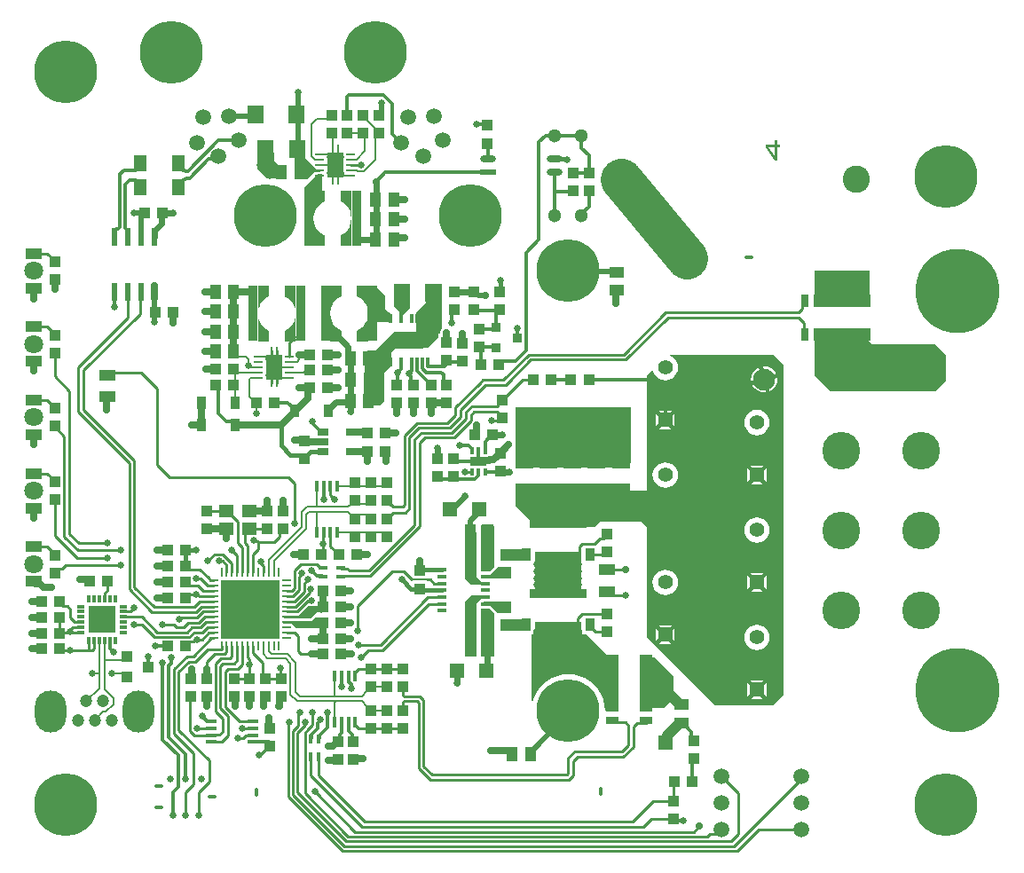
<source format=gbr>
%TF.GenerationSoftware,Altium Limited,Altium Designer,22.0.2 (36)*%
G04 Layer_Physical_Order=4*
G04 Layer_Color=16711680*
%FSLAX45Y45*%
%MOMM*%
%TF.SameCoordinates,6C3A6253-EFF2-48E9-9C48-1F107FDFC152*%
%TF.FilePolarity,Positive*%
%TF.FileFunction,Copper,L4,Bot,Signal*%
%TF.Part,Single*%
G01*
G75*
%TA.AperFunction,Conductor*%
%ADD12C,4.00000*%
%ADD13C,0.25000*%
%ADD14C,0.30000*%
%ADD15C,0.65000*%
%ADD16C,0.20000*%
%TA.AperFunction,ComponentPad*%
%ADD17C,1.80000*%
%ADD18C,1.40000*%
%ADD19R,1.40000X1.40000*%
%ADD20O,3.00000X4.00000*%
%ADD21C,1.20000*%
%ADD22O,0.80000X0.40000*%
%ADD23C,0.65000*%
%ADD24C,3.60000*%
%ADD25C,8.00000*%
%ADD26C,2.60000*%
%ADD27C,1.50000*%
%ADD28C,2.10000*%
%ADD29C,1.30000*%
%TA.AperFunction,ViaPad*%
%ADD30C,6.00000*%
%TA.AperFunction,WasherPad*%
%ADD31O,0.40000X0.80000*%
%ADD32O,0.80000X0.40000*%
%TA.AperFunction,ViaPad*%
%ADD33C,0.65000*%
%ADD34C,0.70000*%
%TA.AperFunction,Conductor*%
%ADD35C,0.50000*%
%ADD37C,1.00000*%
%ADD38C,0.60000*%
%TA.AperFunction,SMDPad,CuDef*%
G04:AMPARAMS|DCode=39|XSize=1.6mm|YSize=0.89mm|CornerRadius=0.0445mm|HoleSize=0mm|Usage=FLASHONLY|Rotation=0.000|XOffset=0mm|YOffset=0mm|HoleType=Round|Shape=RoundedRectangle|*
%AMROUNDEDRECTD39*
21,1,1.60000,0.80100,0,0,0.0*
21,1,1.51100,0.89000,0,0,0.0*
1,1,0.08900,0.75550,-0.40050*
1,1,0.08900,-0.75550,-0.40050*
1,1,0.08900,-0.75550,0.40050*
1,1,0.08900,0.75550,0.40050*
%
%ADD39ROUNDEDRECTD39*%
G04:AMPARAMS|DCode=40|XSize=0.3mm|YSize=0.7mm|CornerRadius=0.045mm|HoleSize=0mm|Usage=FLASHONLY|Rotation=0.000|XOffset=0mm|YOffset=0mm|HoleType=Round|Shape=RoundedRectangle|*
%AMROUNDEDRECTD40*
21,1,0.30000,0.61000,0,0,0.0*
21,1,0.21000,0.70000,0,0,0.0*
1,1,0.09000,0.10500,-0.30500*
1,1,0.09000,-0.10500,-0.30500*
1,1,0.09000,-0.10500,0.30500*
1,1,0.09000,0.10500,0.30500*
%
%ADD40ROUNDEDRECTD40*%
%ADD41R,1.60000X1.10000*%
%ADD42R,0.95000X5.30000*%
%ADD43R,1.15000X1.55000*%
%ADD44R,0.40000X0.90000*%
G04:AMPARAMS|DCode=45|XSize=0.4mm|YSize=1.1mm|CornerRadius=0.1mm|HoleSize=0mm|Usage=FLASHONLY|Rotation=270.000|XOffset=0mm|YOffset=0mm|HoleType=Round|Shape=RoundedRectangle|*
%AMROUNDEDRECTD45*
21,1,0.40000,0.90000,0,0,270.0*
21,1,0.20000,1.10000,0,0,270.0*
1,1,0.20000,-0.45000,-0.10000*
1,1,0.20000,-0.45000,0.10000*
1,1,0.20000,0.45000,0.10000*
1,1,0.20000,0.45000,-0.10000*
%
%ADD45ROUNDEDRECTD45*%
%ADD46R,1.40000X1.40000*%
%ADD47R,0.90000X0.69000*%
%ADD48R,0.99000X0.69000*%
%ADD49R,0.95000X0.90000*%
%ADD50R,0.95000X0.90000*%
%ADD51R,1.00000X1.00000*%
%ADD52R,0.91000X1.22000*%
G04:AMPARAMS|DCode=53|XSize=0.6mm|YSize=1.8mm|CornerRadius=0.15mm|HoleSize=0mm|Usage=FLASHONLY|Rotation=0.000|XOffset=0mm|YOffset=0mm|HoleType=Round|Shape=RoundedRectangle|*
%AMROUNDEDRECTD53*
21,1,0.60000,1.50000,0,0,0.0*
21,1,0.30000,1.80000,0,0,0.0*
1,1,0.30000,0.15000,-0.75000*
1,1,0.30000,-0.15000,-0.75000*
1,1,0.30000,-0.15000,0.75000*
1,1,0.30000,0.15000,0.75000*
%
%ADD53ROUNDEDRECTD53*%
%ADD54R,0.60000X1.80000*%
%ADD55R,1.60000X1.70000*%
%ADD56R,1.50000X1.10000*%
%ADD57R,5.60000X5.60000*%
G04:AMPARAMS|DCode=58|XSize=0.25mm|YSize=0.9mm|CornerRadius=0.0625mm|HoleSize=0mm|Usage=FLASHONLY|Rotation=270.000|XOffset=0mm|YOffset=0mm|HoleType=Round|Shape=RoundedRectangle|*
%AMROUNDEDRECTD58*
21,1,0.25000,0.77500,0,0,270.0*
21,1,0.12500,0.90000,0,0,270.0*
1,1,0.12500,-0.38750,-0.06250*
1,1,0.12500,-0.38750,0.06250*
1,1,0.12500,0.38750,0.06250*
1,1,0.12500,0.38750,-0.06250*
%
%ADD58ROUNDEDRECTD58*%
G04:AMPARAMS|DCode=59|XSize=0.25mm|YSize=0.9mm|CornerRadius=0.0625mm|HoleSize=0mm|Usage=FLASHONLY|Rotation=180.000|XOffset=0mm|YOffset=0mm|HoleType=Round|Shape=RoundedRectangle|*
%AMROUNDEDRECTD59*
21,1,0.25000,0.77500,0,0,180.0*
21,1,0.12500,0.90000,0,0,180.0*
1,1,0.12500,-0.06250,0.38750*
1,1,0.12500,0.06250,0.38750*
1,1,0.12500,0.06250,-0.38750*
1,1,0.12500,-0.06250,-0.38750*
%
%ADD59ROUNDEDRECTD59*%
%ADD60R,2.60000X2.60000*%
%ADD61R,0.30000X0.75000*%
%ADD62R,0.75000X0.30000*%
%ADD63R,0.28000X0.70000*%
%ADD64R,1.65000X2.40000*%
G04:AMPARAMS|DCode=65|XSize=0.23mm|YSize=0.8mm|CornerRadius=0.046mm|HoleSize=0mm|Usage=FLASHONLY|Rotation=270.000|XOffset=0mm|YOffset=0mm|HoleType=Round|Shape=RoundedRectangle|*
%AMROUNDEDRECTD65*
21,1,0.23000,0.70800,0,0,270.0*
21,1,0.13800,0.80000,0,0,270.0*
1,1,0.09200,-0.35400,-0.06900*
1,1,0.09200,-0.35400,0.06900*
1,1,0.09200,0.35400,0.06900*
1,1,0.09200,0.35400,-0.06900*
%
%ADD65ROUNDEDRECTD65*%
%ADD66R,0.41000X1.02000*%
%ADD67R,2.80000X1.60000*%
%ADD68R,0.30000X0.90000*%
%ADD69R,5.50000X0.85000*%
%ADD70R,4.40000X0.85000*%
%ADD71R,0.85000X1.15000*%
%ADD72R,1.52000X0.61000*%
%ADD73O,1.52000X0.61000*%
G04:AMPARAMS|DCode=74|XSize=0.8mm|YSize=0.4mm|CornerRadius=0.05mm|HoleSize=0mm|Usage=FLASHONLY|Rotation=0.000|XOffset=0mm|YOffset=0mm|HoleType=Round|Shape=RoundedRectangle|*
%AMROUNDEDRECTD74*
21,1,0.80000,0.30000,0,0,0.0*
21,1,0.70000,0.40000,0,0,0.0*
1,1,0.10000,0.35000,-0.15000*
1,1,0.10000,-0.35000,-0.15000*
1,1,0.10000,-0.35000,0.15000*
1,1,0.10000,0.35000,0.15000*
%
%ADD74ROUNDEDRECTD74*%
%ADD75R,1.80000X1.60000*%
%ADD76R,1.10000X1.40000*%
%ADD77R,1.10000X1.00000*%
%ADD78R,1.40000X1.20000*%
%ADD79R,1.30000X0.70000*%
%ADD80R,1.30000X5.40000*%
%ADD81R,1.00000X1.10000*%
%ADD82R,1.40000X1.10000*%
%ADD83R,0.70000X1.30000*%
%ADD84R,5.40000X1.30000*%
%ADD85R,1.60000X1.80000*%
%ADD86R,0.90000X0.40000*%
%TA.AperFunction,Conductor*%
%ADD87C,0.40000*%
%ADD88C,3.00000*%
%ADD89C,0.24000*%
%ADD90R,4.40000X4.20000*%
%TA.AperFunction,ComponentPad*%
%ADD91C,6.00000*%
G36*
X2490000Y6650000D02*
X2530000Y6610000D01*
X2610000D01*
Y6480000D01*
X2420000D01*
X2330000Y6570000D01*
Y6730000D01*
X2490000D01*
Y6650000D01*
D02*
G37*
G36*
X2770000Y6690000D02*
X2900000Y6560000D01*
X2810000Y6470000D01*
X2690000D01*
Y6690000D01*
X2770000Y6690000D01*
D02*
G37*
G36*
X3230000Y6100000D02*
X3225000Y6145000D01*
X3220000Y6165000D01*
X3205000Y6195000D01*
X3195000Y6210000D01*
X3170000Y6235000D01*
X3150000Y6250000D01*
X3125000Y6265000D01*
Y6365000D01*
X3230000D01*
Y6100000D01*
D02*
G37*
G36*
X2950000Y6365000D02*
X2975000D01*
Y6265000D01*
X2950000Y6250000D01*
X2930000Y6235000D01*
X2915000Y6220000D01*
X2900000Y6200000D01*
X2885000Y6170000D01*
X2880000Y6160000D01*
X2875000Y6140000D01*
X2870000Y6100000D01*
Y6157648D01*
X2780000Y6020000D01*
Y6390000D01*
X2910000Y6520000D01*
X2950000Y6520000D01*
X2950000Y6365000D01*
D02*
G37*
G36*
X3230000Y5835000D02*
X3125000D01*
Y5935000D01*
X3145000Y5945000D01*
X3160000Y5955000D01*
X3195000Y5990000D01*
X3210000Y6015000D01*
X3215000Y6025000D01*
X3225000Y6055000D01*
X3230000Y6100000D01*
Y5835000D01*
D02*
G37*
G36*
X2875000Y6055000D02*
X2880000Y6035000D01*
X2895000Y6005000D01*
X2910000Y5985000D01*
X2940000Y5955000D01*
X2965000Y5940000D01*
X2975000Y5935000D01*
Y5835000D01*
X2870000D01*
Y6100000D01*
X2875000Y6055000D01*
D02*
G37*
G36*
X8175000Y5599999D02*
X8175000Y5300000D01*
X7650000Y5300000D01*
X7650000Y5600000D01*
X8175000Y5599999D01*
D02*
G37*
G36*
X3135001Y5355000D02*
X3115001Y5345000D01*
X3100001Y5335000D01*
X3065001Y5300000D01*
X3050001Y5275000D01*
X3045001Y5265000D01*
X3035001Y5235000D01*
X3030001Y5190000D01*
Y5455000D01*
X3135001D01*
Y5355000D01*
D02*
G37*
G36*
X2700000Y5190000D02*
X2695000Y5235000D01*
X2690000Y5255000D01*
X2675000Y5285000D01*
X2660001Y5305000D01*
X2630001Y5335000D01*
X2605001Y5350000D01*
X2595001Y5355000D01*
Y5455000D01*
X2700000D01*
Y5190000D01*
D02*
G37*
G36*
X2445000Y5355000D02*
X2425000Y5345000D01*
X2410001Y5335000D01*
X2375001Y5300000D01*
X2360001Y5275000D01*
X2355001Y5265000D01*
X2345001Y5235000D01*
X2340001Y5190000D01*
Y5455000D01*
X2445000D01*
Y5355000D01*
D02*
G37*
G36*
X3787501Y5247500D02*
X3719964Y5179964D01*
X3637500Y5262426D01*
X3637501Y5447500D01*
X3787501D01*
Y5247500D01*
D02*
G37*
G36*
X3390001Y5440000D02*
X3475000D01*
X3555001Y5360000D01*
Y5235000D01*
X3605000Y5185000D01*
Y5110000D01*
X3410000Y5110000D01*
X3390001Y5129999D01*
Y4925000D01*
X3285001D01*
Y5025000D01*
X3310001Y5040000D01*
X3330001Y5055000D01*
X3345001Y5070000D01*
X3360001Y5090000D01*
X3375001Y5120000D01*
X3380001Y5130000D01*
X3382001Y5137999D01*
X3380000Y5140000D01*
Y5255002D01*
X3365001Y5285000D01*
X3350001Y5305000D01*
X3320001Y5335000D01*
X3295001Y5350000D01*
X3285001Y5355000D01*
Y5455000D01*
X3390001D01*
Y5440000D01*
D02*
G37*
G36*
X3035001Y5145000D02*
X3040001Y5125000D01*
X3055001Y5095000D01*
X3065001Y5080000D01*
X3090001Y5055000D01*
X3110001Y5040000D01*
X3135001Y5025000D01*
Y4925000D01*
X3030001D01*
Y5190000D01*
X3035001Y5145000D01*
D02*
G37*
G36*
X2700000Y4925000D02*
X2595001D01*
Y5025000D01*
X2620001Y5040000D01*
X2640001Y5055000D01*
X2655001Y5070000D01*
X2670001Y5090000D01*
X2685000Y5120000D01*
X2690000Y5130000D01*
X2695000Y5150000D01*
X2700000Y5190000D01*
Y4925000D01*
D02*
G37*
G36*
X2345001Y5145000D02*
X2350001Y5125000D01*
X2365001Y5095000D01*
X2375001Y5080000D01*
X2400001Y5055000D01*
X2420000Y5040000D01*
X2445000Y5025000D01*
Y4925000D01*
X2340001D01*
Y5190000D01*
X2345001Y5145000D01*
D02*
G37*
G36*
X7350000Y4700000D02*
Y1550000D01*
X7250000Y1450000D01*
X6700000Y1450000D01*
X6049264Y2100735D01*
X6049265Y4599265D01*
X6096356Y4646356D01*
X6109127Y4641167D01*
X6120180Y4614483D01*
X6139415Y4589415D01*
X6164482Y4570180D01*
X6193674Y4558089D01*
X6225000Y4553965D01*
X6256326Y4558089D01*
X6285518Y4570180D01*
X6310585Y4589415D01*
X6329820Y4614483D01*
X6341911Y4643674D01*
X6346035Y4675000D01*
X6341911Y4706326D01*
X6329820Y4735518D01*
X6310585Y4760585D01*
X6285518Y4779820D01*
X6267459Y4787300D01*
X6269985Y4800000D01*
X7250000D01*
X7350000Y4700000D01*
D02*
G37*
G36*
X8200000Y4900000D02*
X8800000D01*
X8900000Y4800000D01*
Y4550000D01*
X8800000Y4450000D01*
X7800000D01*
X7650000Y4600000D01*
X7650000Y5050000D01*
X8050000D01*
X8200000Y4900000D01*
D02*
G37*
G36*
X4090001Y5047668D02*
X4081126Y5034386D01*
X4076276Y5010000D01*
Y5000000D01*
X4060001D01*
Y4965000D01*
X3955001Y4860001D01*
X3655000Y4859999D01*
X3615001Y4820001D01*
X3615001Y4695001D01*
X3540001Y4620000D01*
Y4345000D01*
X3505001Y4310001D01*
X3360839Y4310000D01*
X3351887Y4319009D01*
X3355001Y4810000D01*
X3380001Y4835000D01*
X3455000D01*
X3640001Y5020000D01*
X3850000D01*
Y5070000D01*
X3850001D01*
Y5205000D01*
X3940001Y5295000D01*
Y5470000D01*
X4090001D01*
Y5047668D01*
D02*
G37*
G36*
X5900000Y3770000D02*
X5850000Y3720000D01*
X4800000D01*
Y4300000D01*
X5900000D01*
Y3770000D01*
D02*
G37*
G36*
X5860000Y3460000D02*
X5550000Y3150000D01*
X4930000D01*
Y3220000D01*
X4800000Y3350000D01*
Y3570000D01*
X5860000D01*
Y3460000D01*
D02*
G37*
G36*
X4930000Y2920000D02*
Y2840000D01*
X4920000Y2830000D01*
X4650000D01*
Y2940000D01*
X4910000D01*
X4930000Y2920000D01*
D02*
G37*
G36*
X4590000Y3160000D02*
Y2770000D01*
X4550000Y2730000D01*
X4470000D01*
Y3170000D01*
X4480000Y3180000D01*
X4570001D01*
X4590000Y3160000D01*
D02*
G37*
G36*
X4750000Y2660000D02*
X4490000D01*
Y2700000D01*
X4560001D01*
X4630000Y2770000D01*
X4750000Y2770000D01*
Y2660000D01*
D02*
G37*
G36*
X4420000Y2680001D02*
X4470000Y2630000D01*
X4520000D01*
Y2600000D01*
X4370000Y2600000D01*
X4310001Y2660000D01*
Y3100000D01*
X4420000D01*
Y2680001D01*
D02*
G37*
G36*
X4750000Y2330000D02*
X4630000Y2330001D01*
X4560001Y2400000D01*
X4490000D01*
Y2440000D01*
X4750000D01*
Y2330000D01*
D02*
G37*
G36*
X2907500Y2345000D02*
X2845000Y2282500D01*
X2582500D01*
Y2307500D01*
X2727500D01*
X2817499Y2397499D01*
X2907500Y2397500D01*
X2907500Y2345000D01*
D02*
G37*
G36*
X2925000Y2190000D02*
X2702500D01*
X2660000Y2232500D01*
X2575000D01*
Y2257500D01*
X2852500D01*
X2885000Y2290000D01*
X2925000D01*
X2925000Y2190000D01*
D02*
G37*
G36*
X4930000Y2250000D02*
Y2170000D01*
X4920000Y2160000D01*
X4650000D01*
Y2270000D01*
X4910000D01*
X4930000Y2250000D01*
D02*
G37*
G36*
X4520000Y2500000D02*
Y2470000D01*
X4470000D01*
X4420000Y2419999D01*
X4419999Y1920000D01*
X4310000D01*
X4310001Y2440000D01*
X4370000Y2500001D01*
X4520000Y2500000D01*
D02*
G37*
G36*
X4590000Y2330000D02*
X4590000Y1915000D01*
X4470000D01*
X4470000Y2370000D01*
X4550000D01*
X4590000Y2330000D01*
D02*
G37*
G36*
X6300000Y1730000D02*
Y1520000D01*
X6210001Y1430000D01*
X6000000D01*
Y1910000D01*
X6120000D01*
X6300000Y1730000D01*
D02*
G37*
G36*
X5432500Y2167500D02*
Y2132500D01*
X5467500D01*
X5750000Y1850000D01*
X5750000Y1400000D01*
X5651083D01*
X5651082Y1400000D01*
X5646760Y1454921D01*
X5633899Y1508490D01*
X5612817Y1559388D01*
X5584032Y1606361D01*
X5548253Y1648252D01*
X5506361Y1684031D01*
X5459388Y1712816D01*
X5408491Y1733899D01*
X5354922Y1746760D01*
X5300000Y1751082D01*
X5245079Y1746760D01*
X5191510Y1733899D01*
X5140612Y1712816D01*
X5093640Y1684031D01*
X5051748Y1648252D01*
X5015969Y1606361D01*
X4987184Y1559388D01*
X4966101Y1508490D01*
X4962700Y1494324D01*
X4950000Y1495827D01*
Y2132500D01*
X4967501D01*
Y2167500D01*
X5030000Y2230000D01*
X5370000D01*
X5432500Y2167500D01*
D02*
G37*
G36*
X7290533Y6799972D02*
X7316629D01*
Y6778317D01*
X7290533D01*
Y6653943D01*
X7271377D01*
X7183371Y6778317D01*
Y6799972D01*
X7266935D01*
Y6846057D01*
X7290533D01*
Y6799972D01*
D02*
G37*
%LPC*%
G36*
X7170356Y4689241D02*
X7157724Y4687578D01*
X7184498Y4587657D01*
X7284419Y4614431D01*
X7279543Y4626202D01*
X7259507Y4652313D01*
X7233395Y4672350D01*
X7202987Y4684945D01*
X7170356Y4689241D01*
D02*
G37*
G36*
X7119087Y4677225D02*
X7107316Y4672349D01*
X7081204Y4652313D01*
X7061168Y4626201D01*
X7048573Y4595794D01*
X7044277Y4563162D01*
X7045940Y4550531D01*
X7145860Y4577304D01*
X7119087Y4677225D01*
D02*
G37*
G36*
X7294771Y4575793D02*
X7194850Y4549020D01*
X7221624Y4449099D01*
X7233395Y4453975D01*
X7259507Y4474011D01*
X7279543Y4500123D01*
X7292138Y4530530D01*
X7296434Y4563162D01*
X7294771Y4575793D01*
D02*
G37*
G36*
X7156213Y4538667D02*
X7056292Y4511893D01*
X7061168Y4500123D01*
X7081204Y4474011D01*
X7107316Y4453975D01*
X7137724Y4441379D01*
X7170355Y4437083D01*
X7182987Y4438746D01*
X7156213Y4538667D01*
D02*
G37*
G36*
X6286715Y4265000D02*
X6163285D01*
X6225000Y4203285D01*
X6286715Y4265000D01*
D02*
G37*
G36*
X6135000Y4236715D02*
Y4113285D01*
X6196715Y4175000D01*
X6135000Y4236715D01*
D02*
G37*
G36*
X6315000Y4236716D02*
X6253284Y4175000D01*
X6315000Y4113285D01*
Y4236716D01*
D02*
G37*
G36*
X6225000Y4146716D02*
X6163284Y4085000D01*
X6286715D01*
X6225000Y4146716D01*
D02*
G37*
G36*
X7100001Y4271035D02*
X7068674Y4266911D01*
X7039483Y4254820D01*
X7014416Y4235585D01*
X6995181Y4210518D01*
X6983089Y4181326D01*
X6978965Y4150000D01*
X6983089Y4118674D01*
X6995181Y4089483D01*
X7014416Y4064415D01*
X7039483Y4045180D01*
X7068674Y4033089D01*
X7100001Y4028965D01*
X7131327Y4033089D01*
X7160518Y4045180D01*
X7185585Y4064415D01*
X7204820Y4089483D01*
X7216912Y4118674D01*
X7221036Y4150000D01*
X7216912Y4181326D01*
X7204820Y4210518D01*
X7185585Y4235585D01*
X7160518Y4254820D01*
X7131327Y4266911D01*
X7100001Y4271035D01*
D02*
G37*
G36*
X7161715Y3740000D02*
X7038285D01*
X7100000Y3678285D01*
X7161715Y3740000D01*
D02*
G37*
G36*
X7010001Y3711715D02*
Y3588285D01*
X7071716Y3650001D01*
X7010001Y3711715D01*
D02*
G37*
G36*
X7190000Y3711716D02*
X7128284Y3650001D01*
X7190000Y3588285D01*
Y3711716D01*
D02*
G37*
G36*
X7100000Y3621716D02*
X7038284Y3560000D01*
X7161716D01*
X7100000Y3621716D01*
D02*
G37*
G36*
X6225001Y3771035D02*
X6193674Y3766911D01*
X6164483Y3754820D01*
X6139416Y3735585D01*
X6120181Y3710518D01*
X6108089Y3681326D01*
X6103965Y3650000D01*
X6108089Y3618674D01*
X6120181Y3589483D01*
X6139416Y3564415D01*
X6164483Y3545180D01*
X6193674Y3533089D01*
X6225001Y3528965D01*
X6256327Y3533089D01*
X6285518Y3545180D01*
X6310585Y3564415D01*
X6329820Y3589483D01*
X6341912Y3618674D01*
X6346036Y3650000D01*
X6341912Y3681326D01*
X6329820Y3710518D01*
X6310585Y3735585D01*
X6285518Y3754820D01*
X6256327Y3766911D01*
X6225001Y3771035D01*
D02*
G37*
G36*
X6286716Y3240000D02*
X6163286D01*
X6225001Y3178285D01*
X6286716Y3240000D01*
D02*
G37*
G36*
X6315000Y3211715D02*
X6253285Y3150001D01*
X6315000Y3088286D01*
Y3211715D01*
D02*
G37*
G36*
X6135001Y3211716D02*
Y3088284D01*
X6196717Y3150001D01*
X6135001Y3211716D01*
D02*
G37*
G36*
X6225001Y3121716D02*
X6163285Y3060000D01*
X6286717D01*
X6225001Y3121716D01*
D02*
G37*
G36*
X7100000Y3246035D02*
X7068674Y3241911D01*
X7039482Y3229820D01*
X7014415Y3210585D01*
X6995180Y3185518D01*
X6983089Y3156326D01*
X6978965Y3125000D01*
X6983089Y3093674D01*
X6995180Y3064483D01*
X7014415Y3039415D01*
X7039482Y3020180D01*
X7068674Y3008089D01*
X7100000Y3003965D01*
X7131326Y3008089D01*
X7160518Y3020180D01*
X7185585Y3039415D01*
X7204820Y3064483D01*
X7216911Y3093674D01*
X7221035Y3125000D01*
X7216911Y3156326D01*
X7204820Y3185518D01*
X7185585Y3210585D01*
X7160518Y3229820D01*
X7131326Y3241911D01*
X7100000Y3246035D01*
D02*
G37*
G36*
X7161716Y2715000D02*
X7038286D01*
X7100001Y2653285D01*
X7161716Y2715000D01*
D02*
G37*
G36*
X7190000Y2686715D02*
X7128285Y2625000D01*
X7190000Y2563286D01*
Y2686715D01*
D02*
G37*
G36*
X7010000Y2686716D02*
Y2563284D01*
X7071716Y2625000D01*
X7010000Y2686716D01*
D02*
G37*
G36*
X7100001Y2596716D02*
X7038285Y2535000D01*
X7161716D01*
X7100001Y2596716D01*
D02*
G37*
G36*
X6225000Y2746035D02*
X6193674Y2741911D01*
X6164482Y2729820D01*
X6139415Y2710585D01*
X6120180Y2685518D01*
X6108089Y2656326D01*
X6103965Y2625000D01*
X6108089Y2593674D01*
X6120180Y2564483D01*
X6139415Y2539415D01*
X6164482Y2520180D01*
X6193674Y2508089D01*
X6225000Y2503965D01*
X6256326Y2508089D01*
X6285518Y2520180D01*
X6310585Y2539415D01*
X6329820Y2564483D01*
X6341911Y2593674D01*
X6346035Y2625000D01*
X6341911Y2656326D01*
X6329820Y2685518D01*
X6310585Y2710585D01*
X6285518Y2729820D01*
X6256326Y2741911D01*
X6225000Y2746035D01*
D02*
G37*
G36*
X6286716Y2215000D02*
X6163285D01*
X6225000Y2153284D01*
X6286716Y2215000D01*
D02*
G37*
G36*
X6315000Y2186715D02*
X6253285Y2125000D01*
X6315000Y2063285D01*
Y2186715D01*
D02*
G37*
G36*
X6135000Y2186715D02*
Y2063284D01*
X6196716Y2125000D01*
X6135000Y2186715D01*
D02*
G37*
G36*
X6225000Y2096715D02*
X6163285Y2035000D01*
X6286715D01*
X6225000Y2096715D01*
D02*
G37*
G36*
X7100000Y2221035D02*
X7068674Y2216911D01*
X7039482Y2204820D01*
X7014415Y2185585D01*
X6995180Y2160518D01*
X6983089Y2131326D01*
X6978965Y2100000D01*
X6983089Y2068674D01*
X6995180Y2039483D01*
X7014415Y2014415D01*
X7039482Y1995180D01*
X7068674Y1983089D01*
X7100000Y1978965D01*
X7131326Y1983089D01*
X7160518Y1995180D01*
X7185585Y2014415D01*
X7204820Y2039483D01*
X7216911Y2068674D01*
X7221035Y2100000D01*
X7216911Y2131326D01*
X7204820Y2160518D01*
X7185585Y2185585D01*
X7160518Y2204820D01*
X7131326Y2216911D01*
X7100000Y2221035D01*
D02*
G37*
G36*
X7161716Y1690000D02*
X7038286D01*
X7100001Y1628285D01*
X7161716Y1690000D01*
D02*
G37*
G36*
X7190000Y1661715D02*
X7128285Y1600001D01*
X7190000Y1538286D01*
Y1661715D01*
D02*
G37*
G36*
X7010000Y1661717D02*
Y1538284D01*
X7071716Y1600001D01*
X7010000Y1661717D01*
D02*
G37*
G36*
X7100001Y1571716D02*
X7038285Y1510000D01*
X7161716D01*
X7100001Y1571716D01*
D02*
G37*
G36*
X7266935Y6778317D02*
X7206413D01*
X7266935Y6692255D01*
Y6778317D01*
D02*
G37*
%LPD*%
D12*
X5800000Y6475000D02*
X6428805Y5718758D01*
D13*
X2515000Y4711765D02*
Y4835000D01*
Y4525000D02*
Y4648235D01*
X2465000Y4711765D02*
Y4835000D01*
Y4525000D02*
Y4648235D01*
X875000Y4625000D02*
X1225000D01*
X1375000Y4475000D01*
Y3750000D02*
Y4475000D01*
Y3750000D02*
X1495000Y3630000D01*
X625000Y4675000D02*
X1100000Y5150000D01*
Y5400000D01*
X625000Y4250000D02*
Y4675000D01*
X675000Y4275000D02*
Y4650000D01*
X1214484Y5189484D02*
Y5387484D01*
X675000Y4650000D02*
X1214484Y5189484D01*
X1160000Y2580000D02*
Y3790000D01*
X675000Y4275000D02*
X1160000Y3790000D01*
X625000Y4250000D02*
X1110000Y3765000D01*
Y2559290D02*
Y3765000D01*
X1214484Y5387484D02*
X1227000Y5400000D01*
X1875000Y725000D02*
Y925000D01*
X1582500Y1217500D02*
Y1772500D01*
Y1217500D02*
X1875000Y925000D01*
X1775000Y400000D02*
Y625000D01*
X1875000Y725000D01*
X1650000Y400000D02*
Y625000D01*
X1725000Y700000D01*
X1857500Y1987500D02*
X1990001D01*
X1725000Y700000D02*
Y990460D01*
X7500000Y5150000D02*
X7550000Y5100000D01*
Y4995000D02*
X7555000Y4990000D01*
X7550000Y4995000D02*
Y5100000D01*
X6250000Y5150000D02*
X7500000D01*
X6229289Y5200000D02*
X7500000D01*
X7532500Y5287500D02*
X7555000Y5310000D01*
X7532500Y5232500D02*
Y5287500D01*
X7500000Y5200000D02*
X7532500Y5232500D01*
X5670000Y2745000D02*
X5865000D01*
X6495000Y245000D02*
X6550000Y300000D01*
X5670000Y2535000D02*
X5705000Y2500000D01*
X5850000D01*
X5167500Y6536500D02*
X5222742D01*
X5829289Y4800000D02*
X6229289Y5200000D01*
X5850000Y4750000D02*
X6250000Y5150000D01*
X4926361Y4800000D02*
X5829289D01*
X4681361Y4555000D02*
X4926361Y4800000D01*
X4940000Y4750000D02*
X5850000D01*
X4727323Y4537323D02*
X4940000Y4750000D01*
X7120000Y270000D02*
X7522000D01*
X3146584Y62499D02*
X6912499D01*
X7120000Y270000D01*
X6882499Y107499D02*
X7537500Y762500D01*
X6760000Y778000D02*
X6925000Y613000D01*
Y225000D02*
Y613000D01*
X6855000Y155000D02*
X6925000Y225000D01*
X6650000D02*
X6725000D01*
X6625000Y200000D02*
X6650000Y225000D01*
X6300000Y535000D02*
Y710000D01*
X6315000Y725000D01*
X6090000Y365000D02*
X6300000D01*
X6015000Y290000D02*
X6090000Y365000D01*
X6110000Y535000D02*
X6300000D01*
X5915000Y340000D02*
X6110000Y535000D01*
X3263077Y245000D02*
X6495000D01*
X3360001Y340000D02*
X5915000D01*
X3200001Y200000D02*
X6625000D01*
X3181361Y155000D02*
X6855000D01*
X3165223Y107499D02*
X6882499D01*
X3950000Y2650000D02*
X3980000D01*
X4015000Y2615000D01*
X4090000D01*
X1785001Y2445000D02*
X1920000D01*
X1730000Y2390000D02*
X1785001Y2445000D01*
X1801361Y2395000D02*
X1920000D01*
X1746361Y2340000D02*
X1801361Y2395000D01*
X1815000Y2345000D02*
X1920000D01*
X1760000Y2290000D02*
X1815000Y2345000D01*
X1829281Y2295000D02*
X1920000D01*
X1774281Y2240000D02*
X1829281Y2295000D01*
X1842920Y2245000D02*
X1920000D01*
X1792920Y2195000D02*
X1842920Y2245000D01*
X1856560Y2195000D02*
X1920000D01*
X1811559Y2150000D02*
X1856560Y2195000D01*
X1883839Y2145000D02*
X1920000D01*
X1883839Y2145000D02*
X1883839Y2145000D01*
X1870199Y2145000D02*
X1883839D01*
X1805199Y2080000D02*
X1870199Y2145000D01*
X1895001Y2095000D02*
X1920000D01*
X1720000Y1920000D02*
X1895001Y2095000D01*
X1350000Y2390000D02*
X1730000D01*
X1160000Y2580000D02*
X1350000Y2390000D01*
X1645001Y2480000D02*
X1675000Y2510000D01*
X1762177D01*
X1675000Y2750000D02*
X1782503D01*
X1865714Y2666786D02*
Y2666788D01*
X1782503Y2750000D02*
X1865714Y2666788D01*
Y2666786D02*
X1887500Y2645000D01*
X1750000Y2660000D02*
X1790000D01*
X1855000Y2595000D01*
X1645001Y2780000D02*
X1675000Y2750000D01*
X1887500Y2645000D02*
X1920000D01*
X2819359Y2450000D02*
X2850000D01*
X2822500Y2517500D02*
X2834847Y2529847D01*
X2822500Y2516781D02*
Y2517500D01*
X2720720Y2415001D02*
X2822500Y2516781D01*
X2777500Y2535420D02*
Y2610209D01*
X2702080Y2460000D02*
X2777500Y2535420D01*
X2732501Y2554060D02*
Y2679177D01*
X2683441Y2505000D02*
X2732501Y2554060D01*
X2687501Y2572699D02*
Y2683075D01*
X2659802Y2545000D02*
X2687501Y2572699D01*
X2610000Y2545000D02*
X2659802D01*
X2682721Y2505000D02*
X2683441D01*
X2672721Y2495000D02*
X2682721Y2505000D01*
X2701361Y2460000D02*
X2702080D01*
X2686361Y2445000D02*
X2701361Y2460000D01*
X2720000Y2415001D02*
X2720720D01*
X2700000Y2395000D02*
X2720000Y2415001D01*
X2610000Y2495000D02*
X2672721D01*
X2610000Y2395000D02*
X2700000D01*
X2834847Y2529847D02*
Y2557346D01*
X2610000Y2445000D02*
X2686361D01*
X2834847Y2557346D02*
X2842500Y2565000D01*
X2714359Y2345000D02*
X2819359Y2450000D01*
X2659802Y2345000D02*
X2714359D01*
X2777500Y2610209D02*
X2817292Y2650000D01*
X2750576Y2800000D02*
X2897503D01*
X2930000Y2760000D02*
X2955000D01*
X2922500Y2767500D02*
X2930000Y2760000D01*
X2922500Y2767500D02*
Y2775003D01*
X2897503Y2800000D02*
X2922500Y2775003D01*
X2687500Y2736924D02*
X2750576Y2800000D01*
X2687500Y2683076D02*
Y2736924D01*
Y2683076D02*
X2687501Y2683075D01*
X2732501Y2679177D02*
X2752500Y2699176D01*
Y2710000D01*
X2942217Y2361250D02*
X2950967Y2370000D01*
X2933467Y2352500D02*
X2942217Y2361250D01*
X2871250D02*
X2942217D01*
X2805000Y2295000D02*
X2871250Y2361250D01*
X2610000Y2245000D02*
X2950000D01*
X2610000Y2295000D02*
X2805000D01*
X3920000Y870000D02*
Y1498994D01*
Y870000D02*
X4002500Y787500D01*
X5287855D01*
X3870000Y849289D02*
Y1478284D01*
Y849289D02*
X3981790Y737500D01*
X5308565D01*
X5350000Y799645D02*
Y920000D01*
X3858285Y1489999D02*
X3870000Y1478284D01*
X3731717Y1539999D02*
X3878995D01*
X5350000Y799644D02*
X5350000Y799645D01*
X3731717Y1489999D02*
X3858285D01*
X5350000Y778934D02*
Y799644D01*
X5287855Y787500D02*
X5300000Y799645D01*
Y950000D01*
X3878995Y1539999D02*
X3920000Y1498994D01*
X5308565Y737500D02*
X5350000Y778934D01*
X5810000Y1010000D02*
X5873875Y1073875D01*
X5300000Y950000D02*
X5360000Y1010000D01*
X5810000D01*
X5350000Y920000D02*
X5390000Y960000D01*
X5823640D02*
X5918875Y1055235D01*
X5390000Y960000D02*
X5823640D01*
X3530000Y1980000D02*
X3964948Y2414948D01*
X3389985Y1980000D02*
X3530000D01*
X3964948Y2414948D02*
X4084948D01*
X3300001Y2030000D02*
X3510000D01*
X3962449Y2482448D02*
X4087449D01*
X3510000Y2030000D02*
X3962449Y2482448D01*
X5873875Y1073875D02*
Y1258980D01*
X5918875Y1055235D02*
Y1248875D01*
X5955984Y1285983D01*
X6045984D02*
X6050000Y1290000D01*
X5842855D02*
X5873875Y1258980D01*
X5760000Y1290000D02*
X5842855D01*
X5955984Y1285983D02*
X6045984D01*
X1430000Y2222500D02*
X1537500D01*
X1560000Y2200000D01*
X1630001D01*
X3880000Y3160000D02*
Y3960000D01*
X3830000Y3173640D02*
Y3990000D01*
X3780962Y3327825D02*
Y4004602D01*
X3743137Y3290000D02*
X3780962Y3327825D01*
X3735963Y4023241D02*
X3857721Y4145000D01*
X3735963Y3364645D02*
Y4023241D01*
X3721318Y3350000D02*
X3735963Y3364645D01*
X3625000Y3350000D02*
X3721318D01*
X3876361Y4100000D02*
X4170000D01*
X3780962Y4004602D02*
X3876361Y4100000D01*
X3290001Y2160000D02*
Y2400001D01*
X3620000Y2730000D02*
X3730000D01*
X3290001Y2400001D02*
X3620000Y2730000D01*
X3730000D02*
X3810000Y2650000D01*
X4087449Y2482448D02*
X4090000Y2485000D01*
X4084948Y2414948D02*
X4090000Y2420000D01*
X550000Y2145000D02*
X650000D01*
X450000D02*
X550000D01*
X2722489Y1362504D02*
X2739989Y1380004D01*
X2639989Y1280005D02*
Y1287500D01*
X2722489Y1259767D02*
Y1362504D01*
X2672500Y1209779D02*
X2722489Y1259767D01*
X2672500Y600222D02*
Y1209779D01*
X2717500Y1191139D02*
X2789989Y1263628D01*
X2717500Y618861D02*
Y1191139D01*
X2789989Y1263628D02*
Y1290005D01*
X2857489Y1262045D02*
Y1377489D01*
X2817948Y1222504D02*
X2857489Y1262045D01*
X3222500Y6610000D02*
X3325000D01*
X1925000Y2895000D02*
X2000157D01*
X1860000Y2830000D02*
X1925000Y2895000D01*
X2090000Y2720000D02*
Y2805156D01*
X2000157Y2895000D02*
X2090000Y2805156D01*
X2659802Y2345000D02*
X2659802Y2345000D01*
X2610000Y2345000D02*
X2659802D01*
X875000Y2470000D02*
Y2522500D01*
X905000Y2552500D01*
X2167041Y1297500D02*
X2290000D01*
X2027500Y1437041D02*
X2167041Y1297500D01*
X2410000Y1705000D02*
X2560000D01*
X2663750Y4943750D02*
X2690000Y4970000D01*
X2490000Y4673235D02*
Y4680000D01*
Y4686765D02*
X2515000Y4711765D01*
X2465000Y4648235D02*
X2490000Y4673235D01*
X2515000Y4648235D01*
X2490000Y4680000D02*
Y4686765D01*
X2637500Y4780000D02*
Y4917500D01*
X2465000Y4711765D02*
X2490000Y4686765D01*
X2637500Y4917500D02*
X2663750Y4943750D01*
X490000Y3060000D02*
X620001Y2930000D01*
X490000Y3060000D02*
Y4020000D01*
X400000Y4110000D02*
X490000Y4020000D01*
X540000Y3090000D02*
X630001Y3000000D01*
X540000Y3090000D02*
Y4450000D01*
X400000Y4590000D02*
X540000Y4450000D01*
X630001Y3000000D02*
X900000D01*
X620001Y2930000D02*
X1030000D01*
X400000Y3070000D02*
X610001Y2860000D01*
X900000D01*
X400000Y3070000D02*
Y3415000D01*
X500001Y2790000D02*
X1030000D01*
X2140001Y2720000D02*
Y2880000D01*
X2090000Y2930000D02*
X2140001Y2880000D01*
X2040000Y2720000D02*
Y2791517D01*
X2001517Y2830000D02*
X2040000Y2791517D01*
X1970000Y2830000D02*
X2001517D01*
X2027500Y1437041D02*
Y1773462D01*
X2054039Y1800000D01*
X2150001D01*
X2050000Y1160000D02*
Y1350000D01*
X1977500Y1422500D02*
X2050000Y1350000D01*
X2000000Y1200000D02*
Y1327730D01*
X1932501Y1395230D02*
X2000000Y1327730D01*
X1970000Y1170000D02*
X2000000Y1200000D01*
X1932501Y1395230D02*
Y1846140D01*
X1992500Y1102500D02*
X2050000Y1160000D01*
X1890000Y1102500D02*
X1992500D01*
X1977500Y1422500D02*
Y1827500D01*
X2002500Y1852500D01*
X2112501D01*
X1932501Y1846140D02*
X1983861Y1897500D01*
X2067500D01*
X1537500Y1177960D02*
X1725000Y990460D01*
X1537500Y1177960D02*
Y1797500D01*
X2817948Y1222504D02*
X2817948D01*
X2787500Y1192057D02*
X2817948Y1222504D01*
X2787500Y612500D02*
Y1192057D01*
X400000Y4590000D02*
Y4815000D01*
Y2715000D02*
Y2716213D01*
X440001Y2756213D01*
X466214D01*
X500001Y2790000D01*
X1110000Y2559290D02*
X1329290Y2340000D01*
X1850000Y1800000D02*
Y1870000D01*
X1922500Y1942500D02*
X2022500D01*
X1850000Y1870000D02*
X1922500Y1942500D01*
X4727323Y4535962D02*
Y4537323D01*
X4509719Y4509038D02*
X4700399D01*
X4727323Y4535962D01*
X4485000Y4555000D02*
X4681361D01*
X4670000Y4365000D02*
X4682500Y4377500D01*
X4860000Y4560000D02*
X4965000D01*
X4682500Y4382500D02*
X4860000Y4560000D01*
X4682500Y4377500D02*
Y4382500D01*
X3319988Y1910003D02*
X3389985Y1980000D01*
X3157501Y2686946D02*
X3406946D01*
X3880000Y3160000D01*
X3207878Y2741946D02*
X3398307D01*
X3830000Y3173640D01*
X1495000Y3630000D02*
X2630000D01*
X2690000Y3570000D01*
Y3190000D02*
Y3570000D01*
X2369990Y2802834D02*
Y2820001D01*
X2390001Y2720000D02*
Y2782823D01*
X2369990Y2802834D02*
X2390001Y2782823D01*
X4455016Y4525015D02*
X4485000Y4555000D01*
X4222501Y4222500D02*
Y4292501D01*
X3602500Y3367500D02*
X3607500D01*
X3565000Y3405000D02*
X3602500Y3367500D01*
X4455015Y4525015D02*
X4455016D01*
X3857721Y4145000D02*
X4145000D01*
X3607500Y3367500D02*
X3625000Y3350000D01*
X4145000Y4145000D02*
X4222501Y4222500D01*
Y4292501D02*
X4455015Y4525015D01*
X5407500Y2967500D02*
X5430001Y2990000D01*
X5550001D02*
X5602500Y3042500D01*
X5430001Y2990000D02*
X5550001D01*
X5200001Y2875000D02*
X5377501D01*
X5407500Y2905000D01*
Y2967500D01*
X5670000Y3080000D02*
Y3085000D01*
X5632500Y3042500D02*
X5670000Y3080000D01*
X5602500Y3042500D02*
X5632500D01*
X5505000Y2890000D02*
X5645000D01*
X5670000Y2915000D01*
X5200001Y2205000D02*
X5360000D01*
X5390000Y2235000D01*
Y2280000D01*
X5435000Y2325000D02*
X5670000D01*
X5390000Y2280000D02*
X5435000Y2325000D01*
X5505000Y2205000D02*
Y2220000D01*
Y2205000D02*
X5555001Y2155000D01*
X5670000D01*
X4645000Y4170000D02*
X4670000Y4195000D01*
X4570001Y4170000D02*
X4645000D01*
X3625000Y3290000D02*
X3743137D01*
X3565000Y3235000D02*
X3602500Y3272500D01*
X3565000Y3230000D02*
Y3235000D01*
X3602500Y3272500D02*
X3607500D01*
X3625000Y3290000D01*
X3565000Y3405000D02*
Y3410000D01*
X4270000Y4270000D02*
X4479054Y4479053D01*
X4479734D01*
X4509719Y4509038D01*
X3930000Y4010000D02*
X4210000D01*
X4370000Y4170000D01*
X4189957Y4055000D02*
X4320001Y4185043D01*
X4170000Y4100000D02*
X4270000Y4200000D01*
X3895000Y4055000D02*
X4189957D01*
X3830000Y3990000D02*
X3895000Y4055000D01*
X3880000Y3960000D02*
X3930000Y4010000D01*
X4370000Y4170000D02*
Y4220000D01*
X4310001Y3680500D02*
X4378001D01*
X4270000Y4200000D02*
Y4270000D01*
X4320001Y4250000D02*
X4377501Y4307500D01*
X4320001Y4185043D02*
Y4250000D01*
X4370000Y4220000D02*
X4402500Y4252500D01*
X3125001Y2680000D02*
X3132500Y2687500D01*
X3156037D01*
Y2685482D02*
X3157501Y2686946D01*
X4377501Y4307500D02*
X4617855D01*
X4402500Y4252500D02*
X4582500D01*
X3330000Y290000D02*
X6015000D01*
X2840000Y780000D02*
Y960000D01*
Y780000D02*
X3330000Y290000D01*
X2879038Y629038D02*
X3263077Y245000D01*
X2920001Y780000D02*
Y960000D01*
Y780000D02*
X3360001Y340000D01*
X2672500Y600222D02*
X3165223Y107499D01*
X1680000Y1870000D02*
X1740000D01*
X1857500Y1987500D01*
X3197323Y2752500D02*
X3207878Y2741946D01*
X3132500Y2752500D02*
X3197323D01*
X1888750Y1231250D02*
X1890000Y1232500D01*
X1761250Y1231250D02*
X1888750D01*
X1760000Y1230000D02*
X1761250Y1231250D01*
X445000Y2140000D02*
Y2290000D01*
X2195501Y1140000D02*
X2220413Y1164913D01*
X2150001Y1140000D02*
X2195501D01*
X2750000Y1940000D02*
X2847500D01*
X2787500Y612500D02*
X3200001Y200000D01*
X2857489Y1377489D02*
X2860000Y1380000D01*
X2550000Y1714999D02*
X2560000Y1705000D01*
X2550000Y1714999D02*
Y1810000D01*
X2535001D02*
X2550000D01*
X2380000Y1740000D02*
Y1860000D01*
X2290001Y1950000D02*
X2380000Y1860000D01*
X2290001Y1950000D02*
Y2020000D01*
X2195619Y1235619D02*
X2286882D01*
X2190000Y1230000D02*
X2195619Y1235619D01*
X2286882D02*
X2290000Y1232500D01*
X2260000Y1840000D02*
Y1890000D01*
Y1705000D02*
Y1840000D01*
X1892500Y1170000D02*
X1970000D01*
X1885000Y1162500D02*
X1892500Y1170000D01*
X1732041Y1162500D02*
X1885000D01*
X1692500Y1202041D02*
Y1527500D01*
X1700000Y1535000D01*
X1692500Y1202041D02*
X1732041Y1162500D01*
X1537500Y1797500D02*
X1660000Y1920000D01*
X1720000D01*
X1582500Y1772500D02*
X1680000Y1870000D01*
X1743844Y2078521D02*
X1756021D01*
X1682501Y2102500D02*
X1730000Y2150000D01*
X1347500Y2102500D02*
X1682501D01*
X1730000Y2150000D02*
X1811559D01*
X2040000Y1960000D02*
Y2020000D01*
X2022500Y1942500D02*
X2040000Y1960000D01*
X2090000Y1920000D02*
Y2020000D01*
X2067500Y1897500D02*
X2090000Y1920000D01*
X2140001Y1880000D02*
Y2020000D01*
X2112501Y1852500D02*
X2140001Y1880000D01*
X2150001Y1800000D02*
X2190000Y1840000D01*
Y2020000D01*
X2240000Y1910000D02*
X2260000Y1890000D01*
X2240001Y1937500D02*
Y2020000D01*
X2240000Y1937500D02*
X2240001Y1937500D01*
X2240000Y1910000D02*
Y1937500D01*
X2400001Y1715000D02*
X2410000Y1705000D01*
X2260000D02*
X2260000Y1705000D01*
X2260000Y1705000D02*
X2260000Y1705000D01*
X2110000Y1705000D02*
X2260000D01*
X2410000Y1705000D02*
X2410000Y1705000D01*
X2720000Y1970000D02*
X2750000Y1940000D01*
X2720000Y1970000D02*
Y2110000D01*
X2610000Y2145000D02*
X2685000D01*
X2720000Y2110000D01*
X2960000Y2905000D02*
Y2990000D01*
X2945000Y2890000D02*
X2960000Y2905000D01*
X3029501Y3460500D02*
X3070000Y3420000D01*
X3029501Y3460500D02*
Y3540000D01*
X2627500Y1267516D02*
X2639989Y1280005D01*
X2627500Y581582D02*
Y1267516D01*
Y581582D02*
X3146584Y62499D01*
X2717500Y618861D02*
X3181361Y155000D01*
X1990001Y1987500D02*
Y2020000D01*
X2299541Y3025000D02*
X2308151Y3016390D01*
X2333611D01*
X2340000Y3010000D01*
X550000Y1980000D02*
X725000D01*
X455000D02*
X550000D01*
Y2157500D02*
Y2170000D01*
Y2145000D02*
Y2157500D01*
X400000Y5685000D02*
Y5690000D01*
X325000Y5765000D02*
X400000Y5690000D01*
X200000Y5765000D02*
X325000D01*
X400000Y4985000D02*
Y4990000D01*
X325000Y5065000D02*
X400000Y4990000D01*
X200000Y5065000D02*
X325000D01*
X400000Y4285000D02*
Y4290000D01*
X325000Y4365000D02*
X400000Y4290000D01*
X200000Y4365000D02*
X325000D01*
X400000Y3585000D02*
Y3590000D01*
X325000Y3665000D02*
X400000Y3590000D01*
X200000Y3665000D02*
X325000D01*
X400000Y2885000D02*
Y2890000D01*
X325000Y2965000D02*
X400000Y2890000D01*
X200000Y2965000D02*
X325000D01*
X3029501Y2970500D02*
Y3100000D01*
Y2970500D02*
X3110000Y2890000D01*
X3115000D01*
X2962251Y3097750D02*
X2964501Y3100000D01*
X2962251Y2992250D02*
Y3097750D01*
X2960000Y2990000D02*
X2962251Y2992250D01*
X1645001Y2020000D02*
X1682501Y2057500D01*
X1722823D01*
X1743844Y2078521D01*
X400000Y4110000D02*
Y4115000D01*
X2220413Y1164913D02*
X2287413D01*
X2290000Y1167500D01*
X905000Y2552500D02*
Y2640000D01*
X1050000Y2345000D02*
X1125000D01*
X1160000Y2380000D01*
Y2220000D02*
X1230000D01*
X1347500Y2102500D01*
X1050000Y2295000D02*
X1235001D01*
X1380001Y2150000D01*
X445000Y2140000D02*
X450000Y2145000D01*
X725000Y1980000D02*
Y2070000D01*
X550000Y2290000D02*
Y2370000D01*
X482500Y2402500D02*
X517500D01*
X550000Y2370000D01*
X445000Y2440000D02*
X482500Y2402500D01*
X445000Y1990000D02*
X455000Y1980000D01*
X725000D02*
X760000D01*
X575001Y2195000D02*
X650000D01*
X550000Y2170000D02*
X575001Y2195000D01*
X760000Y1980000D02*
X775000Y1995000D01*
Y2070000D01*
X725000Y1980000D02*
X725000Y1980000D01*
X592500Y2247500D02*
X647500D01*
X550000Y2290000D02*
X592500Y2247500D01*
X647500D02*
X650000Y2245000D01*
X1380001Y2150000D02*
X1660000D01*
X1756021Y2078521D02*
X1757500Y2080000D01*
X1805199D01*
X2340000Y2940000D02*
Y3010000D01*
X1590000Y2270000D02*
X1610000Y2290000D01*
X1760000D01*
X1670000Y2240000D02*
X1774281D01*
X1630001Y2200000D02*
X1670000Y2240000D01*
X1705000Y2195000D02*
X1792920D01*
X1660000Y2150000D02*
X1705000Y2195000D01*
X1329290Y2340000D02*
X1746361D01*
X2490000Y3010000D02*
X2542145Y3062145D01*
X2340000Y3010000D02*
X2490000D01*
X2290001Y2890000D02*
X2340000Y2940000D01*
X2290001Y2720000D02*
Y2890000D01*
X2210000Y3003640D02*
X2240000Y2973640D01*
X2240001Y2720000D02*
Y2756162D01*
X2240000Y2756162D02*
X2240001Y2756162D01*
X2240000Y2756162D02*
Y2973640D01*
X2150001Y3000000D02*
Y3205000D01*
X2045000Y3310000D02*
X2150001Y3205000D01*
Y3000000D02*
X2190000Y2960000D01*
X2210000Y3095000D02*
X2255000Y3140000D01*
X2210000Y3003640D02*
Y3095000D01*
X2255000Y3140000D02*
X2420000D01*
X2542145Y3062145D02*
Y3112145D01*
X2570000Y3140000D01*
X2190000Y2720000D02*
Y2960000D01*
X1777177Y2495000D02*
X1920000D01*
X1762177Y2510000D02*
X1777177Y2495000D01*
X1655001Y2605000D02*
X1667501Y2592500D01*
X1767501D02*
X1815000Y2545000D01*
X1667501Y2592500D02*
X1767501D01*
X1855000Y2595000D02*
X1920000D01*
X1815000Y2545000D02*
X1920000D01*
X3720001Y1551715D02*
Y1629999D01*
Y1551715D02*
X3731717Y1539999D01*
X3720001Y1399999D02*
Y1478284D01*
X3731717Y1489999D01*
X3302001Y1229999D02*
X3720001D01*
X3267501Y1264499D02*
X3302001Y1229999D01*
X3267501Y1264499D02*
Y1294999D01*
X3302001Y1799999D02*
X3720001D01*
X3267501Y1765499D02*
X3302001Y1799999D01*
X3267501Y1734999D02*
Y1765499D01*
X4582500Y4252500D02*
X4617855D01*
X4632500Y4237855D01*
X4582500Y4252500D02*
X4582500Y4252500D01*
X4632500Y4232500D02*
X4670000Y4195000D01*
X4632500Y4232500D02*
Y4237855D01*
Y4327500D02*
X4670000Y4365000D01*
X4632500Y4322145D02*
Y4327500D01*
X4617855Y4307500D02*
X4632500Y4322145D01*
X1870000Y3310000D02*
X2035000D01*
X3125001Y2760000D02*
X3132500Y2752500D01*
X2035000Y3310000D02*
X2045000D01*
X1655000Y2605000D02*
X1655001Y2605000D01*
D14*
X1575000Y675000D02*
Y975000D01*
X1525000Y625000D02*
X1575000Y675000D01*
X1525000Y400000D02*
Y625000D01*
X1650000Y750000D02*
Y989186D01*
X1430000Y1120000D02*
Y1858695D01*
Y1120000D02*
X1575000Y975000D01*
X6225001Y4150000D02*
Y4425000D01*
X6300000Y365000D02*
X6315000Y350000D01*
X6400000D01*
X5173000Y6129000D02*
Y6350000D01*
X5335000D02*
X5350000Y6365000D01*
X5173000Y6350000D02*
Y6531000D01*
Y6350000D02*
X5335000D01*
X5427000Y6129000D02*
Y6138564D01*
X5500000Y6211563D01*
Y6365000D01*
X5350000Y6535000D02*
X5500000D01*
Y6700000D01*
X5427000Y6773000D02*
X5500000Y6700000D01*
X5427000Y6773000D02*
Y6891000D01*
X4900000Y4842175D02*
Y5773726D01*
X6090001Y4560000D02*
X6225001Y4425000D01*
X5495000Y4560000D02*
X6090001D01*
X5173000Y6891000D02*
X5427000D01*
X6475000Y1125000D02*
Y1193750D01*
X6421884Y1255616D02*
X6435000Y1242500D01*
Y1233750D02*
Y1242500D01*
Y1233750D02*
X6475000Y1193750D01*
X6485000Y725000D02*
Y925000D01*
X6500000Y940000D01*
X3780001Y4620824D02*
X3805001Y4645825D01*
X3780001Y4610000D02*
Y4620824D01*
X3855001Y4641250D02*
Y4725000D01*
Y4641250D02*
X3990625Y4505625D01*
X3905001Y4665000D02*
Y4725000D01*
Y4665000D02*
X3940001Y4630000D01*
X3955001Y4695000D02*
Y4725000D01*
Y4695000D02*
X3960000Y4690000D01*
X3780001Y4610000D02*
X3795000Y4595000D01*
X3805001Y4645825D02*
Y4725000D01*
X3795000Y4540000D02*
Y4595000D01*
X4260000Y3930000D02*
X4347500D01*
X4378000Y3899500D02*
X4378001D01*
X4347500Y3930000D02*
X4378000Y3899500D01*
X2902500Y2685000D02*
X2950000D01*
X2852500Y2735000D02*
X2902500Y2685000D01*
X2950000D02*
X2955000Y2680000D01*
X3535460Y7280000D02*
X3620000Y7195459D01*
Y6906698D02*
Y7195459D01*
X3207574Y7280000D02*
X3535460D01*
X3190000Y7085000D02*
Y7262426D01*
X3207574Y7280000D01*
X1070000Y6010000D02*
Y6420000D01*
X1110000Y6460000D02*
X1175000D01*
X1070000Y6420000D02*
X1110000Y6460000D01*
X1175000D02*
X1217500Y6417500D01*
Y6395074D02*
Y6417500D01*
X1060000Y6560000D02*
X1175000D01*
X1020000Y6012574D02*
Y6520000D01*
X1060000Y6560000D01*
X1175000D02*
X1217500Y6602500D01*
Y6622500D01*
X1175000Y6352574D02*
X1217500Y6395074D01*
X973000Y5920000D02*
Y5980000D01*
X988000Y5995000D01*
X1002426D01*
X1020000Y6012574D01*
X1070000Y6010000D02*
X1100000Y5980000D01*
Y5920000D02*
Y5980000D01*
X1655000Y6485000D02*
X1685000D01*
X1582500Y6397500D02*
Y6417500D01*
X1625000Y6460000D01*
X1630000D01*
X1655000Y6485000D01*
X1685000D02*
X1871007Y6671007D01*
X1643419Y6551581D02*
X1668272D01*
X1962081Y6845389D01*
X1625000Y6560000D02*
X1635000D01*
X1643419Y6551581D01*
X1582500Y6602500D02*
Y6622500D01*
Y6602500D02*
X1625000Y6560000D01*
X1962081Y6845389D02*
X2153810D01*
X1871007Y6671007D02*
X1943262D01*
X1961987Y6689733D01*
X3465000Y6450000D02*
X3551500Y6536500D01*
X3703440Y6823258D02*
Y6823258D01*
X3620000Y6906698D02*
X3703440Y6823258D01*
X4525000Y6815000D02*
X4532500Y6807500D01*
X4515000Y6825000D02*
X4525000Y6815000D01*
X4532500Y6663500D02*
Y6807500D01*
X4508001Y3879500D02*
Y3968001D01*
X4570000Y4030000D01*
X4575000D01*
X4810000Y4960000D02*
Y5050000D01*
X5167500Y6536500D02*
X5173000Y6531000D01*
X5020000Y5893726D02*
Y6830000D01*
X5172574Y6890574D02*
X5173000Y6891000D01*
X5080574Y6890574D02*
X5172574D01*
X5020000Y6830000D02*
X5080574Y6890574D01*
X4900000Y5773726D02*
X5020000Y5893726D01*
X4635001Y4700000D02*
X4670001Y4735000D01*
X4792825D01*
X4900000Y4842175D01*
X4190001Y5202501D02*
X4210000Y5222500D01*
X4190001Y5100000D02*
Y5202501D01*
X4610000Y5215000D02*
X4617500Y5222500D01*
X4620000Y5225000D01*
X4430000Y5222500D02*
X4617500D01*
X4610000Y5055000D02*
Y5215000D01*
X4450000Y5045000D02*
X4600000D01*
X4610000Y5055000D01*
X4450000Y4875000D02*
X4600000D01*
X4610000Y4865000D01*
X4465001Y4700000D02*
Y4859999D01*
X4450000Y4875000D02*
X4465001Y4859999D01*
X2495000Y4340000D02*
X2622001D01*
X2686500Y4275500D01*
Y4260000D02*
Y4275500D01*
X1960000Y4240000D02*
X2040000Y4160000D01*
X1960000Y4240000D02*
Y4485000D01*
X1935000Y4510000D02*
X1960000Y4485000D01*
X2093500Y4160000D02*
X2123500Y4130000D01*
X2040000Y4160000D02*
X2093500D01*
X2904989Y1279165D02*
X2930001Y1304176D01*
X2904989Y1234989D02*
Y1279165D01*
X4365000Y1970000D02*
X4368000D01*
X3551500Y6536500D02*
X4532500D01*
X1490000Y1149186D02*
X1650000Y989186D01*
X2930001Y1304176D02*
Y1315000D01*
X5135000Y4560000D02*
X5325001D01*
X2370000Y980000D02*
X2450000Y1060000D01*
X2350000Y980000D02*
X2370000D01*
X4810000Y4960000D02*
X4810000Y4960000D01*
X3705001Y5145000D02*
Y5215000D01*
X2860000Y4145501D02*
X2945501Y4060001D01*
X2860000Y4145501D02*
Y4160000D01*
X2945501Y4060001D02*
X2960501D01*
X4378001Y3879500D02*
Y3899500D01*
X4508001Y3680500D02*
X4635500D01*
X4640000Y3685000D01*
X4050001Y3610500D02*
X4404862D01*
X4443001Y3648638D02*
Y3680500D01*
X4404862Y3610500D02*
X4443001Y3648638D01*
X3140000Y1630000D02*
Y1732500D01*
X3208001Y1672824D02*
X3230000Y1650824D01*
Y1610000D02*
Y1650824D01*
X3208001Y1672824D02*
Y1729499D01*
X3137501Y1734999D02*
X3140000Y1732500D01*
X3000000Y1240000D02*
Y1380000D01*
X2920001Y1130000D02*
X2925000Y1135000D01*
Y1165000D01*
X3000000Y1240000D01*
X2845001Y1175000D02*
X2904989Y1234989D01*
X2845001Y1135000D02*
Y1175000D01*
X2840001Y1130000D02*
X2845001Y1135000D01*
X3120001Y1120000D02*
Y1170000D01*
X3202501Y1734999D02*
X3208001Y1729499D01*
X1810000Y1342500D02*
Y1350000D01*
Y1342500D02*
X1855000Y1297500D01*
X1890000D01*
X1509991Y1849991D02*
Y1910003D01*
X1490000Y1149186D02*
Y1830000D01*
X1509991Y1849991D01*
X1427390Y1861305D02*
X1430000Y1858695D01*
X2964501Y3420000D02*
X2964980Y3419520D01*
X2964501Y3420000D02*
Y3540000D01*
X4205000Y3780000D02*
X4443001D01*
X4200000Y3775000D02*
X4205000Y3780000D01*
X4443001D02*
Y3879500D01*
X4450000Y4715000D02*
X4465001Y4700000D01*
X4160001Y4730000D02*
X4300000D01*
X4120000Y4690000D02*
X4160001Y4730000D01*
X3670001Y4522500D02*
X3680001Y4512500D01*
X3670001Y4522500D02*
Y4625000D01*
X3795000Y4540000D02*
X3830000Y4505000D01*
X4110001Y4540000D02*
Y4607426D01*
X5660000Y2545000D02*
X5670000Y2535000D01*
X2964501Y3540000D02*
X2964501Y3540000D01*
X973000Y5400000D02*
X973250Y5399750D01*
Y5255250D02*
Y5399750D01*
Y5255250D02*
X973500Y5255000D01*
X2945000Y1950000D02*
X2955000Y1940000D01*
X2450000Y1060000D02*
Y1065000D01*
X2290000Y1102500D02*
X2442501D01*
X2450000Y1095000D01*
X925000Y1995000D02*
Y2070000D01*
Y1995000D02*
X960000Y1960000D01*
X1360000Y2020000D02*
X1475001D01*
X1290000Y1825000D02*
X1295000Y1820000D01*
X1290000Y1825000D02*
Y1920000D01*
X3670001Y4625000D02*
X3705001Y4660000D01*
Y4725000D01*
X3955000Y4540000D02*
X3990001Y4505000D01*
X3940001Y4630000D02*
X4087427D01*
X4110001Y4607426D01*
Y4540000D02*
X4120001D01*
X4105000Y4545000D02*
X4110001Y4540000D01*
X3960000Y4690000D02*
X4120000D01*
X3240000Y1105000D02*
X3262500Y1082500D01*
X3240000Y1105000D02*
Y1170000D01*
X3202501Y1207499D02*
Y1294999D01*
Y1207499D02*
X3240000Y1170000D01*
X3137501Y1187500D02*
Y1294999D01*
X3120001Y1170000D02*
X3137501Y1187500D01*
X4510000Y7000000D02*
X4525000Y6985000D01*
X4425000Y7000000D02*
X4510000D01*
X4532500Y6663500D02*
X4572871D01*
X4290000Y4735000D02*
X4290001Y4735000D01*
D15*
X1524997Y5200003D02*
X1525000Y5200000D01*
X1524997Y5099990D02*
Y5200003D01*
X4762500Y990000D02*
X4766344Y986157D01*
X4732500Y1020000D02*
X4762500Y990000D01*
X1450001Y2780000D02*
X1462501Y2767500D01*
X3127730Y2242730D02*
X3130459Y2240000D01*
X3085000Y930000D02*
X3095000Y940000D01*
X4560000Y1020000D02*
X4732500D01*
X5750000Y5290000D02*
Y5400000D01*
X3880000Y2735000D02*
Y2830000D01*
X2035001Y3040000D02*
Y3130000D01*
X1380000Y2780000D02*
X1450001D01*
X1380000Y2630000D02*
X1475000D01*
X1380000Y2930000D02*
X1470001D01*
X1850000Y3135000D02*
X1850000Y3135000D01*
X2847500Y2090000D02*
X2955000D01*
Y2390000D02*
Y2540000D01*
X3125000Y2390000D02*
X3220000D01*
X3125000Y2240000D02*
X3127730Y2242730D01*
X3130459Y2240000D02*
X3220000D01*
X3125000Y2090000D02*
X3220000D01*
X2955000D02*
Y2240000D01*
X2950000Y2245000D02*
X2955000Y2240000D01*
X3055000Y1060000D02*
X3100000Y1105000D01*
X3010000Y1060000D02*
X3055000D01*
X3010001Y930000D02*
X3085000D01*
X4405000Y4030000D02*
X4420000Y4045000D01*
Y4130000D01*
X1796500D02*
Y4340000D01*
X2542500Y1517500D02*
X2560000Y1535000D01*
X2542500Y1442500D02*
Y1517500D01*
X2540000Y1440000D02*
X2542500Y1442500D01*
X3660000Y4240000D02*
Y4335000D01*
X3820000Y4240000D02*
Y4335000D01*
X3219501Y4060001D02*
X3221501Y4058001D01*
X3376999D01*
X3385000Y4050000D01*
X3385000Y3870000D02*
X3385000Y3870000D01*
X3219501Y3870000D02*
X3385000D01*
X3219501Y3870000D02*
X3219501Y3870000D01*
X3380000Y3865000D02*
X3385000Y3870000D01*
X3380000Y3780000D02*
Y3865000D01*
X3555000Y3870000D02*
X3560000Y3865000D01*
Y3780000D02*
Y3865000D01*
X3125000Y1940000D02*
X3230000D01*
X2775000Y3980000D02*
X2780000Y3975000D01*
X2690000Y3980000D02*
X2775000D01*
X2960000Y3965501D02*
X2960501Y3965000D01*
X2789499Y3965501D02*
X2960000D01*
X2780000Y3975000D02*
X2789499Y3965501D01*
X3005000Y4800000D02*
X3100000D01*
X2731043D02*
X2835000D01*
X2686500Y4256500D02*
X2812501Y4382501D01*
X3637500Y6090000D02*
X3740000D01*
X3637500Y6280000D02*
X3740000D01*
X3637500Y5900000D02*
X3647500Y5910000D01*
X3740000D01*
X1830000Y5400000D02*
X1932500D01*
X1830000Y5210000D02*
X1932500D01*
X1830000Y5020000D02*
X1932500D01*
X1830000Y4830000D02*
X1932500D01*
X1840000Y4660000D02*
X1935000D01*
X1710000Y4130000D02*
X1796500D01*
X2812501Y4382501D02*
Y4480000D01*
X2123500Y4130000D02*
X2560000D01*
X2686500Y4256500D01*
Y4260000D01*
X2107500Y5210000D02*
Y5400000D01*
Y5020000D02*
Y5210000D01*
Y4830000D02*
Y5020000D01*
X2292501Y5190000D02*
Y5387500D01*
X2107500Y5400000D02*
X2280001D01*
X2292501Y5387500D01*
X2444038Y1255000D02*
Y1334038D01*
X2450000Y1235000D02*
Y1249037D01*
X2444038Y1255000D02*
X2450000Y1249037D01*
X2260000Y1440000D02*
Y1535000D01*
X2395000Y1440000D02*
Y1520001D01*
X3385000Y3870001D02*
X3390000D01*
X2955000Y1940000D02*
X2960000Y1945000D01*
X1462501Y2767500D02*
X1475001Y2780000D01*
X1700000Y1705000D02*
X1710000Y1715000D01*
Y1800000D01*
X2120000Y1440000D02*
Y1520000D01*
X2122500Y1522500D01*
X4140000Y4915000D02*
Y5010000D01*
Y4915000D02*
X4140001Y4915000D01*
X4290000Y4905000D02*
Y5000000D01*
Y4905000D02*
X4290001Y4905000D01*
X3990000Y4240000D02*
Y4335000D01*
X3990001Y4335000D01*
X3555000Y4050000D02*
X3555000Y4050000D01*
X3650000D01*
X3007500Y4480000D02*
X3100000D01*
X2580000Y3305000D02*
Y3405000D01*
X2580000Y3305000D02*
X2580000Y3305000D01*
X2430000Y3305000D02*
Y3405000D01*
X2430000Y3305000D02*
X2430000Y3305000D01*
X1850000Y1705000D02*
Y1800000D01*
X2950000Y1940000D02*
X2955000D01*
X220000Y2615000D02*
X255001D01*
X290000Y2580000D02*
X370001D01*
X255001Y2615000D02*
X290000Y2580000D01*
X200000Y2635000D02*
X220000Y2615000D01*
X200000Y3240000D02*
Y3335000D01*
Y3940000D02*
Y4035000D01*
Y4640000D02*
Y4735000D01*
Y5330000D02*
Y5435000D01*
X400000Y5420000D02*
Y5515000D01*
X725001Y2650000D02*
X735001Y2640000D01*
X640000Y2650000D02*
X725001D01*
X3005000Y4650000D02*
X3100000D01*
X890000Y4385000D02*
X900000Y4395000D01*
X890000Y4270000D02*
Y4385000D01*
X2730000Y4480000D02*
X2812501D01*
X1850000Y1440000D02*
Y1535000D01*
X2260000D02*
X2260000Y1535000D01*
X2395000Y1520001D02*
X2410000Y1535000D01*
X180000Y1990000D02*
X275000D01*
X180000Y2140000D02*
X275000D01*
X180000Y2290000D02*
X275000D01*
X180000Y2440000D02*
X275000D01*
X2110000Y1535000D02*
X2122500Y1522500D01*
X2850000Y1940000D02*
X2955000D01*
X4640000Y3850000D02*
Y3855000D01*
X4585001Y3795000D02*
X4640000Y3850000D01*
X4548647Y3795000D02*
X4585001D01*
X4543146Y3789499D02*
X4548647Y3795000D01*
X4452500Y3789499D02*
X4543146D01*
X4443001Y3780000D02*
X4452500Y3789499D01*
X4650000Y3855000D02*
Y3860000D01*
X4730000Y3940000D01*
Y3940000D01*
X3990001Y4335000D02*
X4140001D01*
X3095000Y940000D02*
X3100000Y935000D01*
X2680000Y2890000D02*
X2775001D01*
X3285000D02*
X3380000D01*
X1380000Y2480000D02*
X1475001D01*
X3250001Y935000D02*
X3255001Y940000D01*
X3340001D01*
X1870000Y3140000D02*
X2035000D01*
X2255001Y3310000D02*
X2420000D01*
X2255000Y3310000D02*
X2255001Y3310000D01*
X4290001Y4905000D02*
X4300000Y4915000D01*
X3125000Y2540000D02*
X3220000D01*
D16*
X2620000Y1940000D02*
X2700000Y1860001D01*
X2735000Y1540000D02*
X3072501D01*
X2700000Y1575000D02*
X2735000Y1540000D01*
X2700000Y1575000D02*
Y1860001D01*
X3072501Y1540000D02*
X3330002D01*
X2650000Y1550000D02*
Y1637574D01*
Y1550000D02*
X2710000Y1490000D01*
X3810000Y2650000D02*
X3950000D01*
X2900000Y7050000D02*
X3005000D01*
X2850000Y6696268D02*
Y7000000D01*
X2900000Y7050000D01*
X3005000D02*
X3040000Y7085000D01*
X3050000Y6765000D02*
Y6905000D01*
X3040000Y6915000D02*
X3050000Y6905000D01*
X2731390Y4783979D02*
X2743106Y4795695D01*
X2320000Y4335000D02*
X2325000Y4340000D01*
X2320000Y4240000D02*
Y4335000D01*
X2123500Y4340000D02*
Y4641500D01*
X2135000Y4630000D01*
X2105000Y4660000D02*
X2123500Y4641500D01*
X2152500Y4780000D02*
X2220000D01*
X2249990Y4692500D02*
Y4750011D01*
X2220000Y4780000D02*
X2249990Y4750011D01*
Y4692500D02*
X2261706Y4680784D01*
X2107500Y4825000D02*
Y4830000D01*
Y4825000D02*
X2152500Y4780000D01*
X2260000Y4400000D02*
Y4568284D01*
X2271716Y4580000D01*
X2342500D01*
X2260000Y4400000D02*
X2320000Y4340000D01*
X2325000D01*
X2261706Y4680000D02*
X2342500D01*
X2261706D02*
Y4680784D01*
X2135000Y4630000D02*
X2342500D01*
X2490000Y4680000D02*
X2637500D01*
X2731390Y4751390D02*
Y4783979D01*
X3350888Y6547500D02*
X3460000Y6656612D01*
X3292500Y6547500D02*
X3350888D01*
X3460000Y6656612D02*
Y6885000D01*
X3281500Y6558500D02*
X3292500Y6547500D01*
X3280000Y6660000D02*
X3360000Y6740000D01*
X3340000Y6915000D02*
X3360000Y6895000D01*
Y6740000D02*
Y6895000D01*
X3460000Y6885000D02*
X3490000Y6915000D01*
X3190000D02*
X3340000D01*
X3190000Y6915000D02*
X3190000Y6915000D01*
X3490000D02*
Y6920000D01*
X3380000Y7030000D02*
X3490000Y6920000D01*
X3380000Y7030000D02*
Y7045000D01*
X3340000Y7085000D02*
X3380000Y7045000D01*
X3222500Y6560000D02*
X3224000Y6558500D01*
X3281500D01*
X3222500Y6660000D02*
X3280000D01*
X3222500Y6660000D02*
X3222500Y6660000D01*
X3050000Y6455000D02*
Y6583451D01*
Y6636550D02*
Y6710000D01*
X2927500Y6610000D02*
X3075000D01*
X2925999Y6661500D02*
X2927500Y6660000D01*
X2884768Y6661500D02*
X2925999D01*
X2850000Y6696268D02*
X2884768Y6661500D01*
X3050000Y6710000D02*
Y6765000D01*
Y6710000D02*
X3087823D01*
X2927500D02*
X3050000D01*
X3100000Y6697823D02*
X3112823Y6685000D01*
X3087823Y6710000D02*
X3100000Y6697823D01*
Y6765000D01*
Y6643118D02*
Y6697823D01*
X3112823Y6685000D02*
X3125000D01*
X2663750Y4943750D02*
X2710000D01*
X2747500Y4981250D01*
Y5190000D01*
X2550000Y4580000D02*
X2637500D01*
X2342500Y4780000D02*
X2412500D01*
X2437500Y4755000D02*
X2440000D01*
X2637500Y4580000D02*
X2637500Y4580000D01*
X2412500Y4780000D02*
X2437500Y4755000D01*
X2637500Y4730000D02*
X2710000D01*
X2637501Y4630000D02*
X2775001D01*
X2795001Y4650000D01*
X940000Y1760000D02*
X1050000D01*
X1085000Y1725000D01*
X875000Y1880000D02*
Y2070000D01*
Y1605001D02*
Y1880000D01*
X1050000D01*
X1085000Y1915000D01*
X3700434Y5250433D02*
X3710000Y5260000D01*
X3700434Y5220433D02*
Y5250433D01*
X3700000Y5220000D02*
X3700434Y5220433D01*
X3700000Y5220000D02*
X3705001Y5215000D01*
X3437501Y5190000D02*
X3590001D01*
X3605001Y5175000D01*
Y5145000D02*
Y5175000D01*
X2927500Y6457500D02*
Y6510000D01*
X2880000Y6410000D02*
X2927500Y6457500D01*
X2880000Y6385000D02*
Y6410000D01*
X3050000Y6583451D02*
X3075000Y6608451D01*
Y6610000D01*
X3100000Y6455000D02*
Y6576882D01*
X3120370Y6549630D02*
X3160000Y6510000D01*
X3075000Y6610000D02*
X3120370Y6564630D01*
Y6549630D02*
Y6564630D01*
X3160000Y6510000D02*
X3222500D01*
X3075000Y6611550D02*
Y6618118D01*
X3050000Y6636550D02*
X3075000Y6611550D01*
Y6610000D02*
Y6611550D01*
Y6618118D02*
X3100000Y6643118D01*
X3072501Y1294999D02*
Y1478284D01*
X2710000Y1490000D02*
X3084217D01*
X3330000D01*
X3072501Y1478284D02*
X3084217Y1490000D01*
X3072501Y1540000D02*
X3072501Y1540000D01*
X3072501Y1540000D02*
Y1734999D01*
X3420001Y1399999D02*
Y1404999D01*
X3380001Y1444999D02*
X3420001Y1404999D01*
X3375001Y1444999D02*
X3380001D01*
X3330000Y1490000D02*
X3375001Y1444999D01*
X3420001Y1624999D02*
Y1629999D01*
X3380001Y1584999D02*
X3420001Y1624999D01*
X3375001Y1584999D02*
X3380001D01*
X3330002Y1540000D02*
X3375001Y1584999D01*
X3062001Y1305499D02*
X3072501Y1294999D01*
X3062001Y1305499D02*
Y1338000D01*
X2430003Y1900000D02*
X2600000D01*
X2390000Y1940002D02*
X2430003Y1900000D01*
X2470000Y1940000D02*
X2620000D01*
X2440000Y1970000D02*
X2470000Y1940000D01*
X2650000Y1637574D02*
Y1850000D01*
X2600000Y1900000D02*
X2650000Y1850000D01*
X2390000Y1940002D02*
Y2020000D01*
X2440000Y1970000D02*
Y2020000D01*
X2390000Y2020000D02*
X2390001Y2020000D01*
X2800000Y3270000D02*
X2825001Y3295000D01*
X2490000Y2830000D02*
X2800000Y3140000D01*
X2887785Y3345000D02*
X2899501Y3356716D01*
Y3540000D01*
X2825001Y3295000D02*
X2887785D01*
X2800000Y3140000D02*
Y3270000D01*
X2490000Y2720000D02*
Y2830000D01*
X2710000Y4730000D02*
X2731390Y4751390D01*
X3525000Y3100000D02*
X3565000Y3060000D01*
X3455000Y3100000D02*
X3525000D01*
X3415000Y3060000D02*
X3455000Y3100000D01*
X3525000Y3540000D02*
X3565000Y3580000D01*
X3455000Y3540000D02*
X3525000D01*
X3415000Y3580000D02*
X3455000Y3540000D01*
X3094501Y3540000D02*
X3375000D01*
X3094501Y3100000D02*
X3375000D01*
X3415000Y3060000D01*
X3375000Y3540000D02*
X3415000Y3580000D01*
X3265000Y3410000D02*
X3305000Y3370000D01*
X3375000D02*
X3415000Y3410000D01*
X3305000Y3370000D02*
X3375000D01*
X3265000Y3230000D02*
X3305000Y3270000D01*
X3375000D02*
X3415000Y3230000D01*
X3305000Y3270000D02*
X3375000D01*
X3265000Y3405000D02*
Y3410000D01*
X3225000Y3365000D02*
X3265000Y3405000D01*
X3220000Y3365000D02*
X3225000D01*
X3200000Y3345000D02*
X3220000Y3365000D01*
X2887785Y3345000D02*
X3200000D01*
X3225000Y3275001D02*
X3270000Y3230000D01*
X3220000Y3275001D02*
X3225000D01*
X3200000Y3295000D02*
X3220000Y3275001D01*
X2887785Y3295000D02*
X3200000D01*
X2760000Y3156568D02*
Y3300710D01*
X2804290Y3345000D01*
X2440000Y2836568D02*
X2760000Y3156568D01*
X2440000Y2720000D02*
Y2836568D01*
X2804290Y3345000D02*
X2887785D01*
Y3295000D02*
X2899501Y3283285D01*
Y3100000D02*
Y3283285D01*
X960000Y1462720D02*
Y1520001D01*
X875000Y1605001D02*
X960000Y1520001D01*
X825000Y1760000D02*
Y2070000D01*
Y1615000D02*
Y1760000D01*
X760001D02*
X825000D01*
X780001Y1310000D02*
X860928Y1390928D01*
X888208D01*
X960000Y1462720D01*
X700001Y1490000D02*
X825000Y1615000D01*
X1085000Y1725000D02*
X1125001Y1765000D01*
X3420001Y1399999D02*
X3570001D01*
X3420001Y1629999D02*
X3570001D01*
D17*
X200000Y5600000D02*
D03*
Y4900000D02*
D03*
Y3500000D02*
D03*
Y2800000D02*
D03*
Y4200000D02*
D03*
D18*
X6225000Y4675000D02*
D03*
X7100000Y3125000D02*
D03*
Y2100000D02*
D03*
X6225001Y3650000D02*
D03*
X7100001Y4150000D02*
D03*
X6225000Y1600000D02*
D03*
Y2625000D02*
D03*
D19*
Y4175000D02*
D03*
X7100000Y2625000D02*
D03*
Y1600000D02*
D03*
X6225001Y3150000D02*
D03*
X7100001Y3650000D02*
D03*
X6225000Y1100000D02*
D03*
Y2125000D02*
D03*
D20*
X360001Y1390000D02*
D03*
X1200001D02*
D03*
D21*
X860001Y1490000D02*
D03*
X780001Y1310000D02*
D03*
X700001Y1490000D02*
D03*
X620001Y1310000D02*
D03*
X940001D02*
D03*
D22*
X1396001Y678100D02*
D03*
Y474900D02*
D03*
X1904001Y576500D02*
D03*
D23*
X3125000Y6685000D02*
D03*
X3025000D02*
D03*
Y6535000D02*
D03*
X3125000D02*
D03*
X3075000Y6610000D02*
D03*
X2440000Y4605000D02*
D03*
X2540000D02*
D03*
Y4755000D02*
D03*
X2440000D02*
D03*
X2490000Y4680000D02*
D03*
D24*
X8662000Y3119000D02*
D03*
X7900000D02*
D03*
X8662000Y2357000D02*
D03*
X7900000D02*
D03*
Y3881000D02*
D03*
X8662000D02*
D03*
X7900000Y4643000D02*
D03*
X8662000D02*
D03*
D25*
X9014000Y1595000D02*
D03*
Y5405000D02*
D03*
D26*
X8050000Y6475000D02*
D03*
X5800000D02*
D03*
D27*
X1961987Y6689733D02*
D03*
X2153810Y6845389D02*
D03*
X1753440Y6823258D02*
D03*
X1818145Y7064740D02*
D03*
X2065515Y7076103D02*
D03*
X7522000Y270000D02*
D03*
X6760000Y778000D02*
D03*
X7522000D02*
D03*
X6760000Y270000D02*
D03*
Y524000D02*
D03*
X7522000D02*
D03*
X3911987Y6689733D02*
D03*
X4103810Y6845389D02*
D03*
X3703440Y6823258D02*
D03*
X3768145Y7064740D02*
D03*
X4015515Y7076103D02*
D03*
D28*
X6428805Y5718758D02*
D03*
X7170355Y4563162D02*
D03*
D29*
X5173000Y6891000D02*
D03*
X5427000D02*
D03*
Y6129000D02*
D03*
X5173000D02*
D03*
D30*
X500000Y500000D02*
D03*
Y7500000D02*
D03*
X8900000Y6500000D02*
D03*
Y500000D02*
D03*
D31*
X2320000Y620000D02*
D03*
X5610000Y630000D02*
D03*
D32*
X7025000Y5725000D02*
D03*
D33*
X1524997Y5099990D02*
D03*
X1800000Y750000D02*
D03*
X1500000D02*
D03*
X1650000D02*
D03*
X4655830Y5507500D02*
D03*
X5850000Y2500000D02*
D03*
X5750000Y5290000D02*
D03*
X6400000Y350000D02*
D03*
X3780001Y4620824D02*
D03*
X5290000Y6660000D02*
D03*
X1750000Y2510000D02*
D03*
X1750000Y2660000D02*
D03*
X2035001Y3040000D02*
D03*
X1380000Y2780000D02*
D03*
X1380000Y2630000D02*
D03*
X1380000Y2930000D02*
D03*
X1750000D02*
D03*
X2850000Y2450000D02*
D03*
X2842500Y2565000D02*
D03*
X2817292Y2650000D02*
D03*
X2847500Y2090000D02*
D03*
X2852500Y2735000D02*
D03*
X2752500Y2710000D02*
D03*
X3220000Y2390000D02*
D03*
Y2240000D02*
D03*
X3220000Y2090000D02*
D03*
X4240000Y1660000D02*
D03*
X1525000Y400000D02*
D03*
X3010000Y1060000D02*
D03*
X2720000Y7300000D02*
D03*
X3520000Y7200000D02*
D03*
X4310000Y3450000D02*
D03*
X4370000Y2060000D02*
D03*
X4530000Y3040000D02*
D03*
X2360000Y6610000D02*
D03*
X2450000Y6510000D02*
D03*
X1160000Y6150000D02*
D03*
X1530000D02*
D03*
X2450000Y6610000D02*
D03*
X4670000Y4030000D02*
D03*
X4810000Y5050000D02*
D03*
X3710000Y2650000D02*
D03*
X3880000Y2830000D02*
D03*
X4370000Y2330000D02*
D03*
X3660000Y4240000D02*
D03*
X3820000D02*
D03*
X3230000Y1940000D02*
D03*
X2690000Y3980000D02*
D03*
X2730000Y4800000D02*
D03*
X2320000Y4240000D02*
D03*
X1350000Y5110000D02*
D03*
X1830000Y5400000D02*
D03*
Y5210000D02*
D03*
Y5020000D02*
D03*
Y4830000D02*
D03*
X1840000Y4660000D02*
D03*
X1710000Y4130000D02*
D03*
X2249990Y4692500D02*
D03*
X3100000Y4800000D02*
D03*
X2444038Y1334038D02*
D03*
X2540000Y1440000D02*
D03*
X2739989Y1380004D02*
D03*
X2639989Y1287500D02*
D03*
X2789989Y1290005D02*
D03*
X2260000Y1440000D02*
D03*
X2395000D02*
D03*
X4560000Y1020000D02*
D03*
X3740000Y6280000D02*
D03*
Y6090000D02*
D03*
Y5910000D02*
D03*
X3325000Y6610000D02*
D03*
X3010001Y930000D02*
D03*
X1860000Y2830000D02*
D03*
X4740000Y3680000D02*
D03*
X5000000Y2665000D02*
D03*
Y2795000D02*
D03*
X5400000D02*
D03*
Y2665000D02*
D03*
X5200000Y2795000D02*
D03*
Y2730000D02*
D03*
Y2665000D02*
D03*
X1030000Y2790000D02*
D03*
Y2930000D02*
D03*
X2090000D02*
D03*
X1970000Y2830000D02*
D03*
X900000Y2860000D02*
D03*
X1710000Y1800000D02*
D03*
X2120000Y1440000D02*
D03*
X1650000Y400000D02*
D03*
X2930001Y1315000D02*
D03*
X5400000Y2730000D02*
D03*
X5000000D02*
D03*
Y2600000D02*
D03*
X4140000Y5010000D02*
D03*
X4290000Y5000000D02*
D03*
X3990000Y4240000D02*
D03*
X3650000Y4050000D02*
D03*
X3100000Y4480000D02*
D03*
X2580000Y3405000D02*
D03*
X2430000Y3405000D02*
D03*
X900000Y3000000D02*
D03*
X3290001Y2160000D02*
D03*
X3319988Y1910003D02*
D03*
X3300001Y2030000D02*
D03*
X2350000Y980000D02*
D03*
X400000Y5420000D02*
D03*
X200000Y4640000D02*
D03*
Y3940000D02*
D03*
X370001Y2580000D02*
D03*
X200000Y3240000D02*
D03*
X640000Y2650000D02*
D03*
X3490000Y4760000D02*
D03*
Y4560000D02*
D03*
Y4360000D02*
D03*
X2690000Y3190000D02*
D03*
X2369990Y2820001D02*
D03*
X890000Y4270000D02*
D03*
X2860000Y4160000D02*
D03*
X4570001Y4170000D02*
D03*
X4260000Y3930000D02*
D03*
X4420000Y4130000D02*
D03*
X4310001Y3680500D02*
D03*
X2879038Y629038D02*
D03*
X2150001Y1140000D02*
D03*
X3230000Y1610000D02*
D03*
X3140000Y1630000D02*
D03*
X2847500Y1940000D02*
D03*
X3000000Y1380000D02*
D03*
X2860000D02*
D03*
X1760000Y1230000D02*
D03*
X1810000Y1350000D02*
D03*
X1850000Y1440000D02*
D03*
X2550000Y1810000D02*
D03*
X2190000Y1230000D02*
D03*
X1427390Y1861305D02*
D03*
X1509991Y1910003D02*
D03*
X1756021Y2078521D02*
D03*
X2260000Y1840000D02*
D03*
X2964980Y3419520D02*
D03*
X2960000Y2990000D02*
D03*
X3380000Y3780000D02*
D03*
X3070000Y3420000D02*
D03*
X1850000Y1800000D02*
D03*
X5750000Y4150000D02*
D03*
Y4050000D02*
D03*
Y3950000D02*
D03*
X5850000Y4150000D02*
D03*
Y4050000D02*
D03*
Y3950000D02*
D03*
Y4250000D02*
D03*
X5750000D02*
D03*
X4050001Y3910000D02*
D03*
X4530000Y2810000D02*
D03*
X4730000Y3940000D02*
D03*
X3220000Y4250000D02*
D03*
X3875000Y4930000D02*
D03*
X4190001Y5100000D02*
D03*
X3980000Y5260000D02*
D03*
X4055001D02*
D03*
X3710000D02*
D03*
X3560000Y3780000D02*
D03*
X2680000Y2890000D02*
D03*
X2299541Y3025000D02*
D03*
X973500Y5255000D02*
D03*
X180000Y1990000D02*
D03*
Y2140000D02*
D03*
Y2290000D02*
D03*
Y2440000D02*
D03*
X550000Y1980000D02*
D03*
X800000Y2210000D02*
D03*
X900000Y2330000D02*
D03*
X550000Y2157500D02*
D03*
X200000Y5330000D02*
D03*
X3380000Y2890000D02*
D03*
X3100000Y4650000D02*
D03*
X2730000Y4480000D02*
D03*
X1160000Y2380000D02*
D03*
Y2220000D02*
D03*
X960000Y1960000D02*
D03*
X1360000Y2020000D02*
D03*
X1290000Y1920000D02*
D03*
X760001Y1760000D02*
D03*
X940000D02*
D03*
X1590000Y2270000D02*
D03*
X1430000Y2222500D02*
D03*
X1380000Y2480000D02*
D03*
X3670001Y4625000D02*
D03*
X3340001Y940000D02*
D03*
X3220000Y2540000D02*
D03*
X1775000Y400000D02*
D03*
X4425000Y7000000D02*
D03*
X3675000Y4930000D02*
D03*
X3490000Y4660000D02*
D03*
Y4460000D02*
D03*
X4850000Y4250000D02*
D03*
X4950001D02*
D03*
X5050001D02*
D03*
X5150000D02*
D03*
X5250000D02*
D03*
X5350000D02*
D03*
X5450001D02*
D03*
X5550001D02*
D03*
X5650000D02*
D03*
X5200000Y2100000D02*
D03*
X5100000D02*
D03*
X5000000D02*
D03*
Y2000000D02*
D03*
Y1900000D02*
D03*
Y1800000D02*
D03*
X5650000Y3950000D02*
D03*
Y4050000D02*
D03*
Y4150000D02*
D03*
X5550001Y3950000D02*
D03*
Y4050000D02*
D03*
Y4150000D02*
D03*
X5450001Y3950000D02*
D03*
Y4050000D02*
D03*
Y4150000D02*
D03*
X5350000Y3950000D02*
D03*
Y4050000D02*
D03*
Y4150000D02*
D03*
X5250000Y3950000D02*
D03*
Y4050000D02*
D03*
Y4150000D02*
D03*
X5150000Y3950000D02*
D03*
Y4050000D02*
D03*
Y4150000D02*
D03*
X5050001Y3950000D02*
D03*
Y4050000D02*
D03*
Y4150000D02*
D03*
X4950001Y3950000D02*
D03*
Y4050000D02*
D03*
Y4150000D02*
D03*
X4850000Y3950000D02*
D03*
Y4050000D02*
D03*
Y4150000D02*
D03*
X5400000Y2600000D02*
D03*
X5200000D02*
D03*
X5100000Y2000000D02*
D03*
Y1800000D02*
D03*
Y1900000D02*
D03*
X5600000Y1700000D02*
D03*
Y1800000D02*
D03*
Y1900000D02*
D03*
X5500000Y1800000D02*
D03*
Y1900000D02*
D03*
Y2000000D02*
D03*
X5200000Y1800000D02*
D03*
Y1900000D02*
D03*
Y2000000D02*
D03*
X5400000Y1800000D02*
D03*
Y1900000D02*
D03*
Y2000000D02*
D03*
X5300000D02*
D03*
Y1900000D02*
D03*
Y1800000D02*
D03*
D34*
X8100000Y5450000D02*
D03*
Y5550000D02*
D03*
X8050000Y5500000D02*
D03*
X8000000Y5550000D02*
D03*
X7900000D02*
D03*
X7800000D02*
D03*
X7700000D02*
D03*
X7750000Y5500000D02*
D03*
X7850000D02*
D03*
X7950000D02*
D03*
X8000000Y5450000D02*
D03*
X7900000D02*
D03*
X7800000D02*
D03*
X7700000D02*
D03*
X6550000Y300000D02*
D03*
X5850000Y2750000D02*
D03*
X4510000Y5360000D02*
D03*
X2115001Y2520000D02*
D03*
Y2220000D02*
D03*
X2415001D02*
D03*
Y2520000D02*
D03*
X3465000Y6450000D02*
D03*
D35*
X4495000Y5360000D02*
X4510000D01*
X4487500Y5367500D02*
X4495000Y5360000D01*
X4445000Y5367500D02*
X4487500D01*
X2065515Y7076103D02*
X2299103D01*
X2313000Y7090000D01*
X4937500Y990000D02*
Y1005000D01*
X5300000Y1367500D01*
Y1400000D01*
X5753750Y5593750D02*
X5760000Y5587500D01*
X5306250Y5593750D02*
X5753750D01*
X5300000Y5600000D02*
X5306250Y5593750D01*
X2410000Y6760000D02*
X2450000Y6720000D01*
Y6610000D02*
Y6720000D01*
X2737500Y6540000D02*
Y6732500D01*
X2710000Y6760000D02*
X2737500Y6732500D01*
X2720000Y6770000D02*
Y7300000D01*
X2710000Y6760000D02*
X2720000Y6770000D01*
X3490000Y7085000D02*
X3515000Y7110000D01*
Y7190941D01*
X3520000Y7195941D01*
Y7200000D01*
X4365000Y3100000D02*
Y3215000D01*
X4450000Y3300000D01*
X1252000Y6150000D02*
X1255000D01*
X1160000D02*
X1252000D01*
X1227000Y5920000D02*
Y6125000D01*
X1252000Y6150000D01*
X1351913Y5196913D02*
X1355000Y5200000D01*
X1351913Y5111913D02*
Y5196913D01*
X1350000Y5110000D02*
X1351913Y5111913D01*
X1354000Y5400000D02*
X1354500Y5399500D01*
Y5200500D02*
Y5399500D01*
Y5200500D02*
X1355000Y5200000D01*
D37*
X6365000Y1457500D02*
X6380000D01*
X6225000Y1597500D02*
X6365000Y1457500D01*
X6225000Y1597500D02*
Y1600000D01*
X6365000Y1282500D02*
X6380000D01*
X6245000Y1162500D02*
X6365000Y1282500D01*
X6245000Y1120000D02*
Y1162500D01*
X6225000Y1100000D02*
X6245000Y1120000D01*
X4450000Y3320000D02*
X4460000Y3310000D01*
D38*
X4230000Y5397500D02*
X4415000D01*
X4240000Y1660000D02*
Y1780000D01*
X4170000Y3320000D02*
X4210000Y3360000D01*
X4220000D01*
X4310000Y3450000D01*
X4520000Y1830000D02*
X4527500Y1837500D01*
Y1992500D01*
X4535000Y2000000D01*
X3463750Y5901250D02*
Y6448750D01*
X1425000Y6150000D02*
X1530000D01*
X1420000Y6145000D02*
X1425000Y6150000D01*
X1420000Y6046000D02*
Y6145000D01*
X1354000Y5920000D02*
Y5980000D01*
X1420000Y6046000D01*
X3462500Y5900000D02*
X3463750Y5901250D01*
X3277500Y5917500D02*
Y6100000D01*
Y5917500D02*
X3295000Y5900000D01*
X3462500D01*
X4575000Y4030000D02*
X4670000D01*
X4738086Y3681914D02*
X4740000Y3680000D01*
X4653086Y3681914D02*
X4738086D01*
X2975001Y4994999D02*
Y5182501D01*
Y4994999D02*
X3000001Y4970000D01*
X3100001D01*
X3217501Y4360000D02*
Y4760000D01*
X3100001Y4970000D02*
Y4970000D01*
Y4970000D02*
X3197611Y4872390D01*
X4650000Y3685000D02*
X4653086Y3681914D01*
X4050001Y3805000D02*
Y3910000D01*
X3207501Y4350000D02*
X3217501Y4360000D01*
X3088000Y4350000D02*
X3207501D01*
X3013500Y4260000D02*
Y4275500D01*
X3088000Y4350000D01*
X3217501Y4360000D02*
X3218750Y4358750D01*
Y4251250D02*
Y4358750D01*
Y4251250D02*
X3220000Y4250000D01*
X3197611Y4779890D02*
X3217501Y4760000D01*
X3197611Y4779890D02*
Y4872390D01*
D39*
X4443001Y3780000D02*
D03*
D40*
X4378001Y3879500D02*
D03*
X4443001D02*
D03*
X4508001D02*
D03*
X4378001Y3680500D02*
D03*
X4443001D02*
D03*
X4508001D02*
D03*
D41*
X200000Y5435000D02*
D03*
Y5765000D02*
D03*
Y4735000D02*
D03*
Y5065000D02*
D03*
Y3335000D02*
D03*
Y3665000D02*
D03*
Y2635000D02*
D03*
Y2965000D02*
D03*
Y4035000D02*
D03*
Y4365000D02*
D03*
D42*
X3277500Y6100000D02*
D03*
X2822500D02*
D03*
X2292501Y5190000D02*
D03*
X2747500D02*
D03*
X3437501Y5190000D02*
D03*
X2982501D02*
D03*
D43*
X1217500Y6622500D02*
D03*
X1582500D02*
D03*
Y6397500D02*
D03*
X1217500D02*
D03*
D44*
X2920001Y960000D02*
D03*
Y1130000D02*
D03*
X2840001D02*
D03*
Y960000D02*
D03*
D45*
X1890000Y1102500D02*
D03*
Y1167500D02*
D03*
Y1232500D02*
D03*
Y1297500D02*
D03*
X2290000Y1102500D02*
D03*
Y1167500D02*
D03*
Y1232500D02*
D03*
Y1297500D02*
D03*
D46*
X4170000Y3320000D02*
D03*
X4450000D02*
D03*
X4240000Y1780000D02*
D03*
X4520000D02*
D03*
D47*
X3219501Y3870000D02*
D03*
Y4060001D02*
D03*
D48*
X2960501Y3870000D02*
D03*
Y3965000D02*
D03*
Y4060001D02*
D03*
D49*
X4610000Y4865000D02*
D03*
X4810000Y4960000D02*
D03*
D50*
X4610000Y5055000D02*
D03*
D51*
X1295000Y1820000D02*
D03*
X1085000Y1915000D02*
D03*
Y1725000D02*
D03*
D52*
X1796500Y4130000D02*
D03*
X2123500D02*
D03*
X1796500Y4340000D02*
D03*
X2123500D02*
D03*
X3013500Y4260000D02*
D03*
X2686500D02*
D03*
D53*
X1354000Y5400000D02*
D03*
D54*
X1227000D02*
D03*
X1100000D02*
D03*
X973000D02*
D03*
Y5920000D02*
D03*
X1100000D02*
D03*
X1227000D02*
D03*
X1354000D02*
D03*
D55*
X2313000Y7090000D02*
D03*
X2707000D02*
D03*
D56*
X5670000Y2745000D02*
D03*
Y2535000D02*
D03*
X900000Y4605000D02*
D03*
Y4395000D02*
D03*
D57*
X2265001Y2370000D02*
D03*
D58*
X1920000Y2645000D02*
D03*
Y2595000D02*
D03*
Y2545000D02*
D03*
Y2495000D02*
D03*
Y2445000D02*
D03*
Y2395000D02*
D03*
Y2345000D02*
D03*
Y2295000D02*
D03*
Y2245000D02*
D03*
Y2195000D02*
D03*
Y2145000D02*
D03*
Y2095000D02*
D03*
X2610000D02*
D03*
Y2145000D02*
D03*
Y2195000D02*
D03*
Y2245000D02*
D03*
Y2295000D02*
D03*
Y2345000D02*
D03*
Y2395000D02*
D03*
Y2445000D02*
D03*
Y2495000D02*
D03*
Y2545000D02*
D03*
Y2595000D02*
D03*
Y2645000D02*
D03*
D59*
X1990001Y2020000D02*
D03*
X2040000D02*
D03*
X2090000D02*
D03*
X2140001D02*
D03*
X2190000D02*
D03*
X2240001D02*
D03*
X2290001D02*
D03*
X2340000D02*
D03*
X2390001D02*
D03*
X2440000D02*
D03*
X2490000D02*
D03*
X2540001D02*
D03*
Y2720000D02*
D03*
X2490000D02*
D03*
X2440000D02*
D03*
X2390001D02*
D03*
X2340000D02*
D03*
X2290001D02*
D03*
X2240001D02*
D03*
X2190000D02*
D03*
X2140001D02*
D03*
X2090000D02*
D03*
X2040000D02*
D03*
X1990001D02*
D03*
D60*
X850000Y2270000D02*
D03*
D61*
X875000Y2070000D02*
D03*
X925000D02*
D03*
X975000D02*
D03*
X725000D02*
D03*
X775000D02*
D03*
X825000D02*
D03*
Y2470000D02*
D03*
X775000D02*
D03*
X725000D02*
D03*
X975000D02*
D03*
X925000D02*
D03*
X875000D02*
D03*
D62*
X1050000Y2295000D02*
D03*
Y2345000D02*
D03*
Y2395000D02*
D03*
Y2145000D02*
D03*
Y2195000D02*
D03*
Y2245000D02*
D03*
X650000Y2295000D02*
D03*
Y2345000D02*
D03*
Y2395000D02*
D03*
Y2145000D02*
D03*
Y2195000D02*
D03*
Y2245000D02*
D03*
D63*
X3050000Y6765000D02*
D03*
X3100000D02*
D03*
X3050000Y6455000D02*
D03*
X3100000D02*
D03*
X2515000Y4525000D02*
D03*
X2465000D02*
D03*
X2515000Y4835000D02*
D03*
X2465000D02*
D03*
D64*
X3075000Y6610000D02*
D03*
X2490000Y4680000D02*
D03*
D65*
X2927500Y6610000D02*
D03*
Y6510000D02*
D03*
Y6560000D02*
D03*
Y6660000D02*
D03*
Y6710000D02*
D03*
X3222500Y6510000D02*
D03*
Y6560000D02*
D03*
Y6660000D02*
D03*
Y6710000D02*
D03*
Y6610000D02*
D03*
X2637500Y4680000D02*
D03*
Y4780000D02*
D03*
Y4730000D02*
D03*
Y4630000D02*
D03*
Y4580000D02*
D03*
X2342500Y4780000D02*
D03*
Y4730000D02*
D03*
Y4630000D02*
D03*
Y4580000D02*
D03*
Y4680000D02*
D03*
D66*
X3137501Y1734999D02*
D03*
X3072501D02*
D03*
X3267501D02*
D03*
X3202501D02*
D03*
X3137501Y1294999D02*
D03*
X3072501D02*
D03*
X3267501D02*
D03*
X3202501D02*
D03*
X2964501Y3540000D02*
D03*
X2899501D02*
D03*
X3094501D02*
D03*
X3029501D02*
D03*
X2964501Y3100000D02*
D03*
X2899501D02*
D03*
X3094501D02*
D03*
X3029501D02*
D03*
D67*
X3780001Y4935000D02*
D03*
D68*
X3605001Y4725000D02*
D03*
X3705001D02*
D03*
X3805001D02*
D03*
X3855001D02*
D03*
X3905001D02*
D03*
X3955001D02*
D03*
Y5145000D02*
D03*
X3905001D02*
D03*
X3855001D02*
D03*
X3805001D02*
D03*
X3705001D02*
D03*
X3605001D02*
D03*
D69*
X5200001Y2515000D02*
D03*
Y3185000D02*
D03*
D70*
Y2205000D02*
D03*
Y2875000D02*
D03*
D71*
X5505000Y2220000D02*
D03*
X4895001D02*
D03*
X5505000Y2890000D02*
D03*
X4895001D02*
D03*
D72*
X4532500Y6536500D02*
D03*
D73*
Y6663500D02*
D03*
X5167500Y6536500D02*
D03*
Y6663500D02*
D03*
D74*
X4090000Y2355000D02*
D03*
Y2420000D02*
D03*
Y2485000D02*
D03*
Y2550000D02*
D03*
Y2615000D02*
D03*
Y2680000D02*
D03*
Y2745000D02*
D03*
X4510000D02*
D03*
Y2680000D02*
D03*
Y2615000D02*
D03*
Y2550000D02*
D03*
Y2485000D02*
D03*
Y2420000D02*
D03*
Y2355000D02*
D03*
D75*
X5800000Y3790000D02*
D03*
Y3490000D02*
D03*
X5340000D02*
D03*
Y3790000D02*
D03*
X5570000Y3490000D02*
D03*
Y3790000D02*
D03*
X4880000D02*
D03*
Y3490000D02*
D03*
X5110000Y3790000D02*
D03*
Y3490000D02*
D03*
D76*
X1932500Y5210000D02*
D03*
X2107500D02*
D03*
X3217501Y4760000D02*
D03*
X3392500D02*
D03*
X3217501Y4360000D02*
D03*
X3392500D02*
D03*
X3222501Y4560000D02*
D03*
X3397500D02*
D03*
X1932500Y5400000D02*
D03*
X2107500D02*
D03*
X3462500Y6280000D02*
D03*
X3637500D02*
D03*
X3462500Y5900000D02*
D03*
X3637500D02*
D03*
X2107500Y4830000D02*
D03*
X1932500D02*
D03*
X2562500Y6540000D02*
D03*
X2737500D02*
D03*
X4937500Y990000D02*
D03*
X4762500D02*
D03*
X3637500Y6090000D02*
D03*
X3462500D02*
D03*
X1932500Y5020000D02*
D03*
X2107500D02*
D03*
D77*
X1475000Y2930000D02*
D03*
X1645000D02*
D03*
X2775001Y2890000D02*
D03*
X2945000D02*
D03*
X2955000Y2090000D02*
D03*
X3125000D02*
D03*
X3285000Y2890000D02*
D03*
X3115000D02*
D03*
X445000Y2140000D02*
D03*
X275000D02*
D03*
Y2290000D02*
D03*
X445000D02*
D03*
X735001Y2640000D02*
D03*
X905000D02*
D03*
X445000Y1990000D02*
D03*
X275000D02*
D03*
X2955000Y2240000D02*
D03*
X3125000D02*
D03*
Y2540000D02*
D03*
X2955000D02*
D03*
X3125000Y2390000D02*
D03*
X2955000D02*
D03*
X2955000Y1940000D02*
D03*
X3125000D02*
D03*
X4535000Y2150000D02*
D03*
X4365000D02*
D03*
X1355000Y5200000D02*
D03*
X1525000D02*
D03*
X3005000Y4480000D02*
D03*
X2835000D02*
D03*
Y4650000D02*
D03*
X3005000D02*
D03*
X3385000Y4050000D02*
D03*
X3555000D02*
D03*
X1645000Y2630000D02*
D03*
X1475000D02*
D03*
X1645001Y2020000D02*
D03*
X1475001D02*
D03*
X4635001Y4700000D02*
D03*
X4465001D02*
D03*
X1935000Y4660000D02*
D03*
X2105000D02*
D03*
X2495000Y4340000D02*
D03*
X2325000D02*
D03*
X4405000Y4030000D02*
D03*
X4575000D02*
D03*
X1255000Y6150000D02*
D03*
X1425000D02*
D03*
X4535000Y2950000D02*
D03*
X4365000D02*
D03*
X2835000Y4800000D02*
D03*
X3005000D02*
D03*
X275000Y2440000D02*
D03*
X445000D02*
D03*
X1645001Y2780000D02*
D03*
X1475001D02*
D03*
X4535000Y3130000D02*
D03*
X4365000D02*
D03*
X5325001Y4560000D02*
D03*
X5495000D02*
D03*
X4965000D02*
D03*
X5135000D02*
D03*
X6315000Y725000D02*
D03*
X6485000D02*
D03*
X1645001Y2480000D02*
D03*
X1475001D02*
D03*
X3555000Y3870000D02*
D03*
X3385000D02*
D03*
X1935000Y4510000D02*
D03*
X2105000D02*
D03*
X4365000Y1970000D02*
D03*
X4535000D02*
D03*
D78*
X2255000Y3310000D02*
D03*
Y3140000D02*
D03*
X2035000Y3310000D02*
D03*
Y3140000D02*
D03*
D79*
X6040000Y1305000D02*
D03*
X5720000D02*
D03*
D80*
Y1660000D02*
D03*
X6040000D02*
D03*
D81*
X5350000Y6535000D02*
D03*
Y6365000D02*
D03*
X3415000Y3060000D02*
D03*
Y3230000D02*
D03*
X3570001Y1229999D02*
D03*
Y1399999D02*
D03*
X3250001Y935000D02*
D03*
Y1105000D02*
D03*
X3415000Y3580000D02*
D03*
Y3410000D02*
D03*
X3570001Y1799999D02*
D03*
Y1629999D02*
D03*
X2450000Y1065000D02*
D03*
Y1235000D02*
D03*
X1850000Y3305000D02*
D03*
Y3135000D02*
D03*
X2430000Y3135000D02*
D03*
Y3305000D02*
D03*
X3100000Y1105000D02*
D03*
Y935000D02*
D03*
X1850000Y1705000D02*
D03*
Y1535000D02*
D03*
X2260000D02*
D03*
Y1705000D02*
D03*
X2410000Y1535000D02*
D03*
Y1705000D02*
D03*
X4140001Y4335000D02*
D03*
Y4505000D02*
D03*
X2780000Y3975000D02*
D03*
Y3805000D02*
D03*
X4650000Y3855000D02*
D03*
Y3685000D02*
D03*
X3565000Y3060000D02*
D03*
Y3230000D02*
D03*
X3720001Y1229999D02*
D03*
Y1399999D02*
D03*
X3265000Y3230000D02*
D03*
Y3060000D02*
D03*
X3420001Y1399999D02*
D03*
Y1229999D02*
D03*
X3565000Y3580000D02*
D03*
Y3410000D02*
D03*
X3720001Y1799999D02*
D03*
Y1629999D02*
D03*
X3265000Y3410000D02*
D03*
Y3580000D02*
D03*
X3420001Y1629999D02*
D03*
Y1799999D02*
D03*
X2580000Y3305000D02*
D03*
Y3135000D02*
D03*
X1700000Y1535000D02*
D03*
Y1705000D02*
D03*
X4140001Y4915000D02*
D03*
Y4745000D02*
D03*
X4290001Y4735000D02*
D03*
Y4905000D02*
D03*
X4640000Y5225000D02*
D03*
Y5395000D02*
D03*
X4670000Y4195000D02*
D03*
Y4365000D02*
D03*
X6300000Y365000D02*
D03*
Y535000D02*
D03*
X2110000Y1535000D02*
D03*
Y1705000D02*
D03*
X2560000Y1535000D02*
D03*
Y1705000D02*
D03*
X3040000Y6915000D02*
D03*
Y7085000D02*
D03*
X4700001Y2885000D02*
D03*
Y2715000D02*
D03*
X5670000Y2915000D02*
D03*
Y3085000D02*
D03*
X4700001Y2215000D02*
D03*
Y2385000D02*
D03*
X3190000Y6915000D02*
D03*
Y7085000D02*
D03*
X4525000Y6985000D02*
D03*
Y6815000D02*
D03*
X3340000Y7085000D02*
D03*
Y6915000D02*
D03*
X3490000Y7085000D02*
D03*
Y6915000D02*
D03*
X400000Y4815000D02*
D03*
Y4985000D02*
D03*
Y3415000D02*
D03*
Y3585000D02*
D03*
Y2715000D02*
D03*
Y2885000D02*
D03*
Y4115000D02*
D03*
Y4285000D02*
D03*
Y5515000D02*
D03*
Y5685000D02*
D03*
X3990001Y4335000D02*
D03*
Y4505000D02*
D03*
X6500000Y940000D02*
D03*
Y1110000D02*
D03*
X3880000Y2735000D02*
D03*
Y2565000D02*
D03*
X4050001Y3805000D02*
D03*
Y3635000D02*
D03*
X4200000Y3635000D02*
D03*
Y3805000D02*
D03*
X5670000Y2325000D02*
D03*
Y2155000D02*
D03*
X4450000Y5045000D02*
D03*
Y4875000D02*
D03*
X4400000Y5395000D02*
D03*
Y5225000D02*
D03*
X3660000Y4505000D02*
D03*
Y4335000D02*
D03*
X4210000Y5395000D02*
D03*
Y5225000D02*
D03*
X3820000Y4505000D02*
D03*
Y4335000D02*
D03*
X5500000Y6535000D02*
D03*
Y6365000D02*
D03*
D82*
X5760000Y5587500D02*
D03*
Y5412500D02*
D03*
X6380000Y1282500D02*
D03*
Y1457500D02*
D03*
D83*
X7555000Y4990000D02*
D03*
Y5310000D02*
D03*
D84*
X7910000D02*
D03*
Y4990000D02*
D03*
D85*
X2410000Y6760000D02*
D03*
X2710000D02*
D03*
X4010001Y5390000D02*
D03*
X3710001D02*
D03*
D86*
X3125001Y2760000D02*
D03*
X2955000D02*
D03*
Y2680000D02*
D03*
X3125001D02*
D03*
D87*
X4640000Y5395000D02*
X4651047Y5406046D01*
Y5502717D01*
X4655830Y5507500D01*
X5286500Y6663500D02*
X5290000Y6660000D01*
X5167500Y6663500D02*
X5286500D01*
X1645000Y2930000D02*
X1645000Y2930000D01*
Y2780000D02*
Y2930000D01*
Y2780000D02*
X1645001Y2780000D01*
X1645000Y2930000D02*
X1750000D01*
X2560000Y3930000D02*
X2650000Y3840000D01*
X2780000Y3805000D02*
Y3810000D01*
X2750000Y3840000D02*
X2780000Y3810000D01*
X2650000Y3840000D02*
X2750000D01*
X2840000Y3870000D02*
X2960501D01*
X2780000Y3810000D02*
X2840000Y3870000D01*
X2780000Y3805000D02*
Y3810000D01*
X2560000Y3930000D02*
Y4130000D01*
X3710000Y2650000D02*
X3795000Y2565000D01*
X3880000D01*
X3895000Y2550000D01*
X3890000Y2745000D02*
X4090000D01*
X3880000Y2735000D02*
X3890000Y2745000D01*
X3895000Y2550000D02*
X4090000D01*
D88*
X5480000Y3360000D02*
X5570000D01*
X6049265D01*
X6225001Y3184264D01*
Y3150000D02*
Y3184264D01*
D89*
X2840000Y6560000D02*
X2927500D01*
X2840000Y6560000D02*
X2840000Y6560000D01*
D90*
X5200000Y2690000D02*
D03*
D91*
X3462528Y7686009D02*
D03*
X5300000Y1400000D02*
D03*
Y5600000D02*
D03*
X4361967Y6128133D02*
D03*
X2411967D02*
D03*
X1512528Y7686009D02*
D03*
%TF.MD5,d02f65dbde65b3ec5ae61292eb7dc403*%
M02*

</source>
